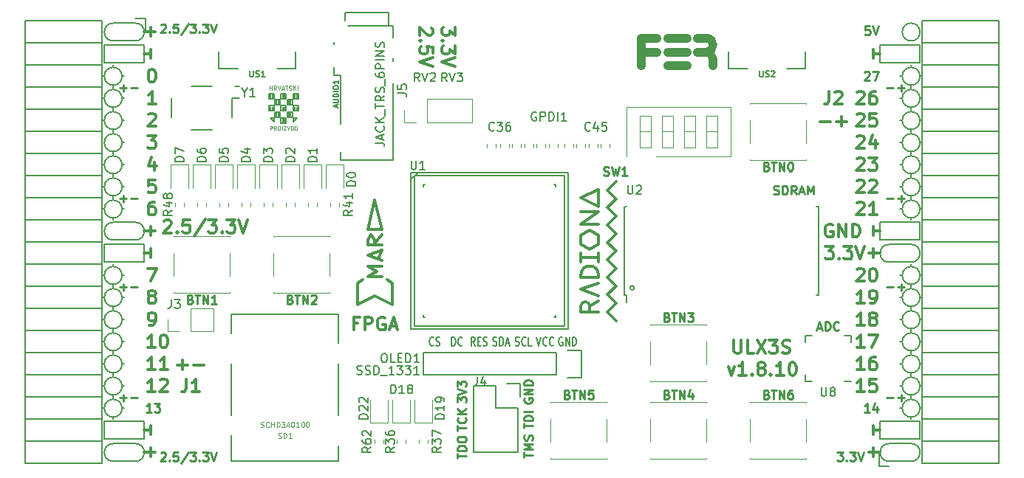
<source format=gto>
G04 #@! TF.GenerationSoftware,KiCad,Pcbnew,5.0.0-rc2+dfsg1-2*
G04 #@! TF.CreationDate,2018-06-08T13:29:07+02:00*
G04 #@! TF.ProjectId,ulx3s,756C7833732E6B696361645F70636200,rev?*
G04 #@! TF.SameCoordinates,Original*
G04 #@! TF.FileFunction,Legend,Top*
G04 #@! TF.FilePolarity,Positive*
%FSLAX46Y46*%
G04 Gerber Fmt 4.6, Leading zero omitted, Abs format (unit mm)*
G04 Created by KiCad (PCBNEW 5.0.0-rc2+dfsg1-2) date Fri Jun  8 13:29:07 2018*
%MOMM*%
%LPD*%
G01*
G04 APERTURE LIST*
%ADD10C,0.300000*%
%ADD11C,0.200000*%
%ADD12C,0.250000*%
%ADD13C,1.000000*%
%ADD14C,0.150000*%
%ADD15C,0.120000*%
%ADD16C,0.152400*%
%ADD17C,0.124460*%
%ADD18C,0.075000*%
G04 APERTURE END LIST*
D10*
X134560428Y-62144714D02*
X134560428Y-63073285D01*
X133989000Y-62573285D01*
X133989000Y-62787571D01*
X133917571Y-62930428D01*
X133846142Y-63001857D01*
X133703285Y-63073285D01*
X133346142Y-63073285D01*
X133203285Y-63001857D01*
X133131857Y-62930428D01*
X133060428Y-62787571D01*
X133060428Y-62359000D01*
X133131857Y-62216142D01*
X133203285Y-62144714D01*
X133203285Y-63716142D02*
X133131857Y-63787571D01*
X133060428Y-63716142D01*
X133131857Y-63644714D01*
X133203285Y-63716142D01*
X133060428Y-63716142D01*
X134560428Y-64287571D02*
X134560428Y-65216142D01*
X133989000Y-64716142D01*
X133989000Y-64930428D01*
X133917571Y-65073285D01*
X133846142Y-65144714D01*
X133703285Y-65216142D01*
X133346142Y-65216142D01*
X133203285Y-65144714D01*
X133131857Y-65073285D01*
X133060428Y-64930428D01*
X133060428Y-64501857D01*
X133131857Y-64359000D01*
X133203285Y-64287571D01*
X134560428Y-65644714D02*
X133060428Y-66144714D01*
X134560428Y-66644714D01*
X131877571Y-62216142D02*
X131949000Y-62287571D01*
X132020428Y-62430428D01*
X132020428Y-62787571D01*
X131949000Y-62930428D01*
X131877571Y-63001857D01*
X131734714Y-63073285D01*
X131591857Y-63073285D01*
X131377571Y-63001857D01*
X130520428Y-62144714D01*
X130520428Y-63073285D01*
X130663285Y-63716142D02*
X130591857Y-63787571D01*
X130520428Y-63716142D01*
X130591857Y-63644714D01*
X130663285Y-63716142D01*
X130520428Y-63716142D01*
X132020428Y-65144714D02*
X132020428Y-64430428D01*
X131306142Y-64359000D01*
X131377571Y-64430428D01*
X131449000Y-64573285D01*
X131449000Y-64930428D01*
X131377571Y-65073285D01*
X131306142Y-65144714D01*
X131163285Y-65216142D01*
X130806142Y-65216142D01*
X130663285Y-65144714D01*
X130591857Y-65073285D01*
X130520428Y-64930428D01*
X130520428Y-64573285D01*
X130591857Y-64430428D01*
X130663285Y-64359000D01*
X132020428Y-65644714D02*
X130520428Y-66144714D01*
X132020428Y-66644714D01*
X102760000Y-100897142D02*
X103902857Y-100897142D01*
X103331428Y-101468571D02*
X103331428Y-100325714D01*
X104617142Y-100897142D02*
X105760000Y-100897142D01*
X165878428Y-101121571D02*
X166235571Y-102121571D01*
X166592714Y-101121571D01*
X167949857Y-102121571D02*
X167092714Y-102121571D01*
X167521285Y-102121571D02*
X167521285Y-100621571D01*
X167378428Y-100835857D01*
X167235571Y-100978714D01*
X167092714Y-101050142D01*
X168592714Y-101978714D02*
X168664142Y-102050142D01*
X168592714Y-102121571D01*
X168521285Y-102050142D01*
X168592714Y-101978714D01*
X168592714Y-102121571D01*
X169521285Y-101264428D02*
X169378428Y-101193000D01*
X169307000Y-101121571D01*
X169235571Y-100978714D01*
X169235571Y-100907285D01*
X169307000Y-100764428D01*
X169378428Y-100693000D01*
X169521285Y-100621571D01*
X169807000Y-100621571D01*
X169949857Y-100693000D01*
X170021285Y-100764428D01*
X170092714Y-100907285D01*
X170092714Y-100978714D01*
X170021285Y-101121571D01*
X169949857Y-101193000D01*
X169807000Y-101264428D01*
X169521285Y-101264428D01*
X169378428Y-101335857D01*
X169307000Y-101407285D01*
X169235571Y-101550142D01*
X169235571Y-101835857D01*
X169307000Y-101978714D01*
X169378428Y-102050142D01*
X169521285Y-102121571D01*
X169807000Y-102121571D01*
X169949857Y-102050142D01*
X170021285Y-101978714D01*
X170092714Y-101835857D01*
X170092714Y-101550142D01*
X170021285Y-101407285D01*
X169949857Y-101335857D01*
X169807000Y-101264428D01*
X170735571Y-101978714D02*
X170807000Y-102050142D01*
X170735571Y-102121571D01*
X170664142Y-102050142D01*
X170735571Y-101978714D01*
X170735571Y-102121571D01*
X172235571Y-102121571D02*
X171378428Y-102121571D01*
X171807000Y-102121571D02*
X171807000Y-100621571D01*
X171664142Y-100835857D01*
X171521285Y-100978714D01*
X171378428Y-101050142D01*
X173164142Y-100621571D02*
X173307000Y-100621571D01*
X173449857Y-100693000D01*
X173521285Y-100764428D01*
X173592714Y-100907285D01*
X173664142Y-101193000D01*
X173664142Y-101550142D01*
X173592714Y-101835857D01*
X173521285Y-101978714D01*
X173449857Y-102050142D01*
X173307000Y-102121571D01*
X173164142Y-102121571D01*
X173021285Y-102050142D01*
X172949857Y-101978714D01*
X172878428Y-101835857D01*
X172807000Y-101550142D01*
X172807000Y-101193000D01*
X172878428Y-100907285D01*
X172949857Y-100764428D01*
X173021285Y-100693000D01*
X173164142Y-100621571D01*
X182492000Y-87582000D02*
X182492000Y-88598000D01*
X181984000Y-88090000D02*
X183254000Y-88090000D01*
X182492000Y-110442000D02*
X182492000Y-111458000D01*
X183254000Y-110950000D02*
X181984000Y-110950000D01*
X99688000Y-110442000D02*
X99688000Y-111458000D01*
X98926000Y-110950000D02*
X100196000Y-110950000D01*
X99688000Y-62182000D02*
X99688000Y-63198000D01*
X98926000Y-62690000D02*
X100196000Y-62690000D01*
X99688000Y-85042000D02*
X99688000Y-86058000D01*
X98926000Y-85550000D02*
X100196000Y-85550000D01*
D11*
X97910000Y-63706000D02*
G75*
G03X97910000Y-61674000I0J1016000D01*
G01*
X184270000Y-109934000D02*
G75*
G03X184270000Y-111966000I0J-1016000D01*
G01*
X95370000Y-111966000D02*
X97910000Y-111966000D01*
X95370000Y-109934000D02*
X97910000Y-109934000D01*
X97910000Y-111966000D02*
G75*
G03X97910000Y-109934000I0J1016000D01*
G01*
X95370000Y-109934000D02*
G75*
G03X95370000Y-111966000I0J-1016000D01*
G01*
X95370000Y-61674000D02*
X97910000Y-61674000D01*
X95370000Y-63706000D02*
X97910000Y-63706000D01*
X95370000Y-61674000D02*
G75*
G03X95370000Y-63706000I0J-1016000D01*
G01*
X95370000Y-84534000D02*
X97910000Y-84534000D01*
X95370000Y-86566000D02*
X97910000Y-86566000D01*
X95370000Y-84534000D02*
G75*
G03X95370000Y-86566000I0J-1016000D01*
G01*
X97910000Y-86566000D02*
G75*
G03X97910000Y-84534000I0J1016000D01*
G01*
X187826000Y-62690000D02*
G75*
G03X187826000Y-62690000I-1016000J0D01*
G01*
X184270000Y-89106000D02*
X186810000Y-89106000D01*
X184270000Y-87074000D02*
X186810000Y-87074000D01*
X184270000Y-87074000D02*
G75*
G03X184270000Y-89106000I0J-1016000D01*
G01*
X186810000Y-89106000D02*
G75*
G03X186810000Y-87074000I0J1016000D01*
G01*
X186810000Y-111966000D02*
X184270000Y-111966000D01*
X186810000Y-109934000D02*
X184270000Y-109934000D01*
X186810000Y-111966000D02*
G75*
G03X186810000Y-109934000I0J1016000D01*
G01*
X94354000Y-66246000D02*
X94354000Y-64214000D01*
X98926000Y-66246000D02*
X94354000Y-66246000D01*
X98926000Y-64214000D02*
X98926000Y-66246000D01*
X94354000Y-64214000D02*
X98926000Y-64214000D01*
X94354000Y-87074000D02*
X98926000Y-87074000D01*
X94354000Y-89106000D02*
X94354000Y-87074000D01*
X98926000Y-89106000D02*
X94354000Y-89106000D01*
X98926000Y-87074000D02*
X98926000Y-89106000D01*
X94354000Y-109426000D02*
X98926000Y-109426000D01*
X94354000Y-107394000D02*
X94354000Y-109426000D01*
X98926000Y-107394000D02*
X94354000Y-107394000D01*
X98926000Y-109426000D02*
X98926000Y-107394000D01*
X183254000Y-109426000D02*
X187826000Y-109426000D01*
X183254000Y-107394000D02*
X183254000Y-109426000D01*
X187826000Y-107394000D02*
X187826000Y-109426000D01*
X183254000Y-107394000D02*
X187826000Y-107394000D01*
X183254000Y-66246000D02*
X187826000Y-66246000D01*
X183254000Y-64214000D02*
X183254000Y-66246000D01*
X187826000Y-64214000D02*
X183254000Y-64214000D01*
X187826000Y-66246000D02*
X187826000Y-64214000D01*
X183254000Y-84534000D02*
X187826000Y-84534000D01*
X183254000Y-86566000D02*
X183254000Y-84534000D01*
X187826000Y-86566000D02*
X183254000Y-86566000D01*
X187826000Y-84534000D02*
X187826000Y-86566000D01*
D12*
X96148000Y-69111428D02*
X96909904Y-69111428D01*
X96528952Y-69492380D02*
X96528952Y-68730476D01*
X97386095Y-69111428D02*
X98148000Y-69111428D01*
X96148000Y-81811428D02*
X96909904Y-81811428D01*
X96528952Y-82192380D02*
X96528952Y-81430476D01*
X97386095Y-81811428D02*
X98148000Y-81811428D01*
X96148000Y-91971428D02*
X96909904Y-91971428D01*
X96528952Y-92352380D02*
X96528952Y-91590476D01*
X97386095Y-91971428D02*
X98148000Y-91971428D01*
X96148000Y-104671428D02*
X96909904Y-104671428D01*
X96528952Y-105052380D02*
X96528952Y-104290476D01*
X97386095Y-104671428D02*
X98148000Y-104671428D01*
X184032000Y-104671428D02*
X184793904Y-104671428D01*
X185270095Y-104671428D02*
X186032000Y-104671428D01*
X185651047Y-105052380D02*
X185651047Y-104290476D01*
X184032000Y-91971428D02*
X184793904Y-91971428D01*
X185270095Y-91971428D02*
X186032000Y-91971428D01*
X185651047Y-92352380D02*
X185651047Y-91590476D01*
X184032000Y-81811428D02*
X184793904Y-81811428D01*
X185270095Y-81811428D02*
X186032000Y-81811428D01*
X185651047Y-82192380D02*
X185651047Y-81430476D01*
X184032000Y-69111428D02*
X184793904Y-69111428D01*
X185270095Y-69111428D02*
X186032000Y-69111428D01*
X185651047Y-69492380D02*
X185651047Y-68730476D01*
D10*
X176420000Y-72957142D02*
X177562857Y-72957142D01*
X178277142Y-72957142D02*
X179420000Y-72957142D01*
X178848571Y-73528571D02*
X178848571Y-72385714D01*
D11*
X187826000Y-67770000D02*
G75*
G03X187826000Y-67770000I-1016000J0D01*
G01*
X187826000Y-70310000D02*
G75*
G03X187826000Y-70310000I-1016000J0D01*
G01*
X187826000Y-72850000D02*
G75*
G03X187826000Y-72850000I-1016000J0D01*
G01*
X187826000Y-75390000D02*
G75*
G03X187826000Y-75390000I-1016000J0D01*
G01*
X187826000Y-77930000D02*
G75*
G03X187826000Y-77930000I-1016000J0D01*
G01*
X187826000Y-80470000D02*
G75*
G03X187826000Y-80470000I-1016000J0D01*
G01*
X187826000Y-83010000D02*
G75*
G03X187826000Y-83010000I-1016000J0D01*
G01*
X187826000Y-90630000D02*
G75*
G03X187826000Y-90630000I-1016000J0D01*
G01*
X187826000Y-93170000D02*
G75*
G03X187826000Y-93170000I-1016000J0D01*
G01*
X187826000Y-95710000D02*
G75*
G03X187826000Y-95710000I-1016000J0D01*
G01*
X187826000Y-98250000D02*
G75*
G03X187826000Y-98250000I-1016000J0D01*
G01*
X187826000Y-100790000D02*
G75*
G03X187826000Y-100790000I-1016000J0D01*
G01*
X187826000Y-103330000D02*
G75*
G03X187826000Y-103330000I-1016000J0D01*
G01*
X187826000Y-105870000D02*
G75*
G03X187826000Y-105870000I-1016000J0D01*
G01*
X96386000Y-105870000D02*
G75*
G03X96386000Y-105870000I-1016000J0D01*
G01*
X96386000Y-103330000D02*
G75*
G03X96386000Y-103330000I-1016000J0D01*
G01*
X96386000Y-100790000D02*
G75*
G03X96386000Y-100790000I-1016000J0D01*
G01*
X96386000Y-98250000D02*
G75*
G03X96386000Y-98250000I-1016000J0D01*
G01*
X96386000Y-95710000D02*
G75*
G03X96386000Y-95710000I-1016000J0D01*
G01*
X96386000Y-93170000D02*
G75*
G03X96386000Y-93170000I-1016000J0D01*
G01*
X96386000Y-90630000D02*
G75*
G03X96386000Y-90630000I-1016000J0D01*
G01*
X96386000Y-83010000D02*
G75*
G03X96386000Y-83010000I-1016000J0D01*
G01*
X96386000Y-80470000D02*
G75*
G03X96386000Y-80470000I-1016000J0D01*
G01*
X96386000Y-77930000D02*
G75*
G03X96386000Y-77930000I-1016000J0D01*
G01*
X96386000Y-75390000D02*
G75*
G03X96386000Y-75390000I-1016000J0D01*
G01*
X96386000Y-72850000D02*
G75*
G03X96386000Y-72850000I-1016000J0D01*
G01*
X96386000Y-70310000D02*
G75*
G03X96386000Y-70310000I-1016000J0D01*
G01*
X96386000Y-67770000D02*
G75*
G03X96386000Y-67770000I-1016000J0D01*
G01*
D10*
X177793142Y-84800000D02*
X177650285Y-84728571D01*
X177436000Y-84728571D01*
X177221714Y-84800000D01*
X177078857Y-84942857D01*
X177007428Y-85085714D01*
X176936000Y-85371428D01*
X176936000Y-85585714D01*
X177007428Y-85871428D01*
X177078857Y-86014285D01*
X177221714Y-86157142D01*
X177436000Y-86228571D01*
X177578857Y-86228571D01*
X177793142Y-86157142D01*
X177864571Y-86085714D01*
X177864571Y-85585714D01*
X177578857Y-85585714D01*
X178507428Y-86228571D02*
X178507428Y-84728571D01*
X179364571Y-86228571D01*
X179364571Y-84728571D01*
X180078857Y-86228571D02*
X180078857Y-84728571D01*
X180436000Y-84728571D01*
X180650285Y-84800000D01*
X180793142Y-84942857D01*
X180864571Y-85085714D01*
X180936000Y-85371428D01*
X180936000Y-85585714D01*
X180864571Y-85871428D01*
X180793142Y-86014285D01*
X180650285Y-86157142D01*
X180436000Y-86228571D01*
X180078857Y-86228571D01*
X182492000Y-86058000D02*
X182492000Y-85042000D01*
X183254000Y-85550000D02*
X182492000Y-85550000D01*
X182492000Y-107902000D02*
X182492000Y-108918000D01*
X182492000Y-108410000D02*
X183254000Y-108410000D01*
D12*
X182047523Y-106322380D02*
X181476095Y-106322380D01*
X181761809Y-106322380D02*
X181761809Y-105322380D01*
X181666571Y-105465238D01*
X181571333Y-105560476D01*
X181476095Y-105608095D01*
X182904666Y-105655714D02*
X182904666Y-106322380D01*
X182666571Y-105274761D02*
X182428476Y-105989047D01*
X183047523Y-105989047D01*
X181476095Y-67317619D02*
X181523714Y-67270000D01*
X181618952Y-67222380D01*
X181857047Y-67222380D01*
X181952285Y-67270000D01*
X181999904Y-67317619D01*
X182047523Y-67412857D01*
X182047523Y-67508095D01*
X181999904Y-67650952D01*
X181428476Y-68222380D01*
X182047523Y-68222380D01*
X182380857Y-67222380D02*
X183047523Y-67222380D01*
X182618952Y-68222380D01*
D10*
X182492000Y-64722000D02*
X182492000Y-65738000D01*
X182492000Y-65230000D02*
X183254000Y-65230000D01*
X99688000Y-107902000D02*
X99688000Y-108918000D01*
X98926000Y-108410000D02*
X99688000Y-108410000D01*
X99315000Y-74568571D02*
X100243571Y-74568571D01*
X99743571Y-75140000D01*
X99957857Y-75140000D01*
X100100714Y-75211428D01*
X100172142Y-75282857D01*
X100243571Y-75425714D01*
X100243571Y-75782857D01*
X100172142Y-75925714D01*
X100100714Y-75997142D01*
X99957857Y-76068571D01*
X99529285Y-76068571D01*
X99386428Y-75997142D01*
X99315000Y-75925714D01*
X100100714Y-77608571D02*
X100100714Y-78608571D01*
X99743571Y-77037142D02*
X99386428Y-78108571D01*
X100315000Y-78108571D01*
X100172142Y-79648571D02*
X99457857Y-79648571D01*
X99386428Y-80362857D01*
X99457857Y-80291428D01*
X99600714Y-80220000D01*
X99957857Y-80220000D01*
X100100714Y-80291428D01*
X100172142Y-80362857D01*
X100243571Y-80505714D01*
X100243571Y-80862857D01*
X100172142Y-81005714D01*
X100100714Y-81077142D01*
X99957857Y-81148571D01*
X99600714Y-81148571D01*
X99457857Y-81077142D01*
X99386428Y-81005714D01*
D12*
X99751523Y-106322380D02*
X99180095Y-106322380D01*
X99465809Y-106322380D02*
X99465809Y-105322380D01*
X99370571Y-105465238D01*
X99275333Y-105560476D01*
X99180095Y-105608095D01*
X100084857Y-105322380D02*
X100703904Y-105322380D01*
X100370571Y-105703333D01*
X100513428Y-105703333D01*
X100608666Y-105750952D01*
X100656285Y-105798571D01*
X100703904Y-105893809D01*
X100703904Y-106131904D01*
X100656285Y-106227142D01*
X100608666Y-106274761D01*
X100513428Y-106322380D01*
X100227714Y-106322380D01*
X100132476Y-106274761D01*
X100084857Y-106227142D01*
D10*
X99315000Y-89808571D02*
X100315000Y-89808571D01*
X99672142Y-91308571D01*
X99688000Y-87582000D02*
X99688000Y-88598000D01*
X98926000Y-88090000D02*
X99688000Y-88090000D01*
X99688000Y-64722000D02*
X99688000Y-65738000D01*
X98926000Y-65230000D02*
X99688000Y-65230000D01*
D12*
X100817976Y-61874619D02*
X100865595Y-61827000D01*
X100960833Y-61779380D01*
X101198928Y-61779380D01*
X101294166Y-61827000D01*
X101341785Y-61874619D01*
X101389404Y-61969857D01*
X101389404Y-62065095D01*
X101341785Y-62207952D01*
X100770357Y-62779380D01*
X101389404Y-62779380D01*
X101817976Y-62684142D02*
X101865595Y-62731761D01*
X101817976Y-62779380D01*
X101770357Y-62731761D01*
X101817976Y-62684142D01*
X101817976Y-62779380D01*
X102770357Y-61779380D02*
X102294166Y-61779380D01*
X102246547Y-62255571D01*
X102294166Y-62207952D01*
X102389404Y-62160333D01*
X102627500Y-62160333D01*
X102722738Y-62207952D01*
X102770357Y-62255571D01*
X102817976Y-62350809D01*
X102817976Y-62588904D01*
X102770357Y-62684142D01*
X102722738Y-62731761D01*
X102627500Y-62779380D01*
X102389404Y-62779380D01*
X102294166Y-62731761D01*
X102246547Y-62684142D01*
X103960833Y-61731761D02*
X103103690Y-63017476D01*
X104198928Y-61779380D02*
X104817976Y-61779380D01*
X104484642Y-62160333D01*
X104627500Y-62160333D01*
X104722738Y-62207952D01*
X104770357Y-62255571D01*
X104817976Y-62350809D01*
X104817976Y-62588904D01*
X104770357Y-62684142D01*
X104722738Y-62731761D01*
X104627500Y-62779380D01*
X104341785Y-62779380D01*
X104246547Y-62731761D01*
X104198928Y-62684142D01*
X105246547Y-62684142D02*
X105294166Y-62731761D01*
X105246547Y-62779380D01*
X105198928Y-62731761D01*
X105246547Y-62684142D01*
X105246547Y-62779380D01*
X105627500Y-61779380D02*
X106246547Y-61779380D01*
X105913214Y-62160333D01*
X106056071Y-62160333D01*
X106151309Y-62207952D01*
X106198928Y-62255571D01*
X106246547Y-62350809D01*
X106246547Y-62588904D01*
X106198928Y-62684142D01*
X106151309Y-62731761D01*
X106056071Y-62779380D01*
X105770357Y-62779380D01*
X105675119Y-62731761D01*
X105627500Y-62684142D01*
X106532261Y-61779380D02*
X106865595Y-62779380D01*
X107198928Y-61779380D01*
X178360261Y-110910380D02*
X178979309Y-110910380D01*
X178645976Y-111291333D01*
X178788833Y-111291333D01*
X178884071Y-111338952D01*
X178931690Y-111386571D01*
X178979309Y-111481809D01*
X178979309Y-111719904D01*
X178931690Y-111815142D01*
X178884071Y-111862761D01*
X178788833Y-111910380D01*
X178503119Y-111910380D01*
X178407880Y-111862761D01*
X178360261Y-111815142D01*
X179407880Y-111815142D02*
X179455500Y-111862761D01*
X179407880Y-111910380D01*
X179360261Y-111862761D01*
X179407880Y-111815142D01*
X179407880Y-111910380D01*
X179788833Y-110910380D02*
X180407880Y-110910380D01*
X180074547Y-111291333D01*
X180217404Y-111291333D01*
X180312642Y-111338952D01*
X180360261Y-111386571D01*
X180407880Y-111481809D01*
X180407880Y-111719904D01*
X180360261Y-111815142D01*
X180312642Y-111862761D01*
X180217404Y-111910380D01*
X179931690Y-111910380D01*
X179836452Y-111862761D01*
X179788833Y-111815142D01*
X180693595Y-110910380D02*
X181026928Y-111910380D01*
X181360261Y-110910380D01*
D10*
X101199714Y-84381428D02*
X101271142Y-84310000D01*
X101414000Y-84238571D01*
X101771142Y-84238571D01*
X101914000Y-84310000D01*
X101985428Y-84381428D01*
X102056857Y-84524285D01*
X102056857Y-84667142D01*
X101985428Y-84881428D01*
X101128285Y-85738571D01*
X102056857Y-85738571D01*
X102699714Y-85595714D02*
X102771142Y-85667142D01*
X102699714Y-85738571D01*
X102628285Y-85667142D01*
X102699714Y-85595714D01*
X102699714Y-85738571D01*
X104128285Y-84238571D02*
X103414000Y-84238571D01*
X103342571Y-84952857D01*
X103414000Y-84881428D01*
X103556857Y-84810000D01*
X103914000Y-84810000D01*
X104056857Y-84881428D01*
X104128285Y-84952857D01*
X104199714Y-85095714D01*
X104199714Y-85452857D01*
X104128285Y-85595714D01*
X104056857Y-85667142D01*
X103914000Y-85738571D01*
X103556857Y-85738571D01*
X103414000Y-85667142D01*
X103342571Y-85595714D01*
X105914000Y-84167142D02*
X104628285Y-86095714D01*
X106271142Y-84238571D02*
X107199714Y-84238571D01*
X106699714Y-84810000D01*
X106914000Y-84810000D01*
X107056857Y-84881428D01*
X107128285Y-84952857D01*
X107199714Y-85095714D01*
X107199714Y-85452857D01*
X107128285Y-85595714D01*
X107056857Y-85667142D01*
X106914000Y-85738571D01*
X106485428Y-85738571D01*
X106342571Y-85667142D01*
X106271142Y-85595714D01*
X107842571Y-85595714D02*
X107914000Y-85667142D01*
X107842571Y-85738571D01*
X107771142Y-85667142D01*
X107842571Y-85595714D01*
X107842571Y-85738571D01*
X108414000Y-84238571D02*
X109342571Y-84238571D01*
X108842571Y-84810000D01*
X109056857Y-84810000D01*
X109199714Y-84881428D01*
X109271142Y-84952857D01*
X109342571Y-85095714D01*
X109342571Y-85452857D01*
X109271142Y-85595714D01*
X109199714Y-85667142D01*
X109056857Y-85738571D01*
X108628285Y-85738571D01*
X108485428Y-85667142D01*
X108414000Y-85595714D01*
X109771142Y-84238571D02*
X110271142Y-85738571D01*
X110771142Y-84238571D01*
D12*
X100817976Y-111023619D02*
X100865595Y-110976000D01*
X100960833Y-110928380D01*
X101198928Y-110928380D01*
X101294166Y-110976000D01*
X101341785Y-111023619D01*
X101389404Y-111118857D01*
X101389404Y-111214095D01*
X101341785Y-111356952D01*
X100770357Y-111928380D01*
X101389404Y-111928380D01*
X101817976Y-111833142D02*
X101865595Y-111880761D01*
X101817976Y-111928380D01*
X101770357Y-111880761D01*
X101817976Y-111833142D01*
X101817976Y-111928380D01*
X102770357Y-110928380D02*
X102294166Y-110928380D01*
X102246547Y-111404571D01*
X102294166Y-111356952D01*
X102389404Y-111309333D01*
X102627500Y-111309333D01*
X102722738Y-111356952D01*
X102770357Y-111404571D01*
X102817976Y-111499809D01*
X102817976Y-111737904D01*
X102770357Y-111833142D01*
X102722738Y-111880761D01*
X102627500Y-111928380D01*
X102389404Y-111928380D01*
X102294166Y-111880761D01*
X102246547Y-111833142D01*
X103960833Y-110880761D02*
X103103690Y-112166476D01*
X104198928Y-110928380D02*
X104817976Y-110928380D01*
X104484642Y-111309333D01*
X104627500Y-111309333D01*
X104722738Y-111356952D01*
X104770357Y-111404571D01*
X104817976Y-111499809D01*
X104817976Y-111737904D01*
X104770357Y-111833142D01*
X104722738Y-111880761D01*
X104627500Y-111928380D01*
X104341785Y-111928380D01*
X104246547Y-111880761D01*
X104198928Y-111833142D01*
X105246547Y-111833142D02*
X105294166Y-111880761D01*
X105246547Y-111928380D01*
X105198928Y-111880761D01*
X105246547Y-111833142D01*
X105246547Y-111928380D01*
X105627500Y-110928380D02*
X106246547Y-110928380D01*
X105913214Y-111309333D01*
X106056071Y-111309333D01*
X106151309Y-111356952D01*
X106198928Y-111404571D01*
X106246547Y-111499809D01*
X106246547Y-111737904D01*
X106198928Y-111833142D01*
X106151309Y-111880761D01*
X106056071Y-111928380D01*
X105770357Y-111928380D01*
X105675119Y-111880761D01*
X105627500Y-111833142D01*
X106532261Y-110928380D02*
X106865595Y-111928380D01*
X107198928Y-110928380D01*
X182047523Y-62015380D02*
X181571333Y-62015380D01*
X181523714Y-62491571D01*
X181571333Y-62443952D01*
X181666571Y-62396333D01*
X181904666Y-62396333D01*
X181999904Y-62443952D01*
X182047523Y-62491571D01*
X182095142Y-62586809D01*
X182095142Y-62824904D01*
X182047523Y-62920142D01*
X181999904Y-62967761D01*
X181904666Y-63015380D01*
X181666571Y-63015380D01*
X181571333Y-62967761D01*
X181523714Y-62920142D01*
X182380857Y-62015380D02*
X182714190Y-63015380D01*
X183047523Y-62015380D01*
D10*
X180587142Y-69631428D02*
X180658571Y-69560000D01*
X180801428Y-69488571D01*
X181158571Y-69488571D01*
X181301428Y-69560000D01*
X181372857Y-69631428D01*
X181444285Y-69774285D01*
X181444285Y-69917142D01*
X181372857Y-70131428D01*
X180515714Y-70988571D01*
X181444285Y-70988571D01*
X182730000Y-69488571D02*
X182444285Y-69488571D01*
X182301428Y-69560000D01*
X182230000Y-69631428D01*
X182087142Y-69845714D01*
X182015714Y-70131428D01*
X182015714Y-70702857D01*
X182087142Y-70845714D01*
X182158571Y-70917142D01*
X182301428Y-70988571D01*
X182587142Y-70988571D01*
X182730000Y-70917142D01*
X182801428Y-70845714D01*
X182872857Y-70702857D01*
X182872857Y-70345714D01*
X182801428Y-70202857D01*
X182730000Y-70131428D01*
X182587142Y-70060000D01*
X182301428Y-70060000D01*
X182158571Y-70131428D01*
X182087142Y-70202857D01*
X182015714Y-70345714D01*
X180587142Y-72171428D02*
X180658571Y-72100000D01*
X180801428Y-72028571D01*
X181158571Y-72028571D01*
X181301428Y-72100000D01*
X181372857Y-72171428D01*
X181444285Y-72314285D01*
X181444285Y-72457142D01*
X181372857Y-72671428D01*
X180515714Y-73528571D01*
X181444285Y-73528571D01*
X182801428Y-72028571D02*
X182087142Y-72028571D01*
X182015714Y-72742857D01*
X182087142Y-72671428D01*
X182230000Y-72600000D01*
X182587142Y-72600000D01*
X182730000Y-72671428D01*
X182801428Y-72742857D01*
X182872857Y-72885714D01*
X182872857Y-73242857D01*
X182801428Y-73385714D01*
X182730000Y-73457142D01*
X182587142Y-73528571D01*
X182230000Y-73528571D01*
X182087142Y-73457142D01*
X182015714Y-73385714D01*
X180587142Y-74711428D02*
X180658571Y-74640000D01*
X180801428Y-74568571D01*
X181158571Y-74568571D01*
X181301428Y-74640000D01*
X181372857Y-74711428D01*
X181444285Y-74854285D01*
X181444285Y-74997142D01*
X181372857Y-75211428D01*
X180515714Y-76068571D01*
X181444285Y-76068571D01*
X182730000Y-75068571D02*
X182730000Y-76068571D01*
X182372857Y-74497142D02*
X182015714Y-75568571D01*
X182944285Y-75568571D01*
X180587142Y-77251428D02*
X180658571Y-77180000D01*
X180801428Y-77108571D01*
X181158571Y-77108571D01*
X181301428Y-77180000D01*
X181372857Y-77251428D01*
X181444285Y-77394285D01*
X181444285Y-77537142D01*
X181372857Y-77751428D01*
X180515714Y-78608571D01*
X181444285Y-78608571D01*
X181944285Y-77108571D02*
X182872857Y-77108571D01*
X182372857Y-77680000D01*
X182587142Y-77680000D01*
X182730000Y-77751428D01*
X182801428Y-77822857D01*
X182872857Y-77965714D01*
X182872857Y-78322857D01*
X182801428Y-78465714D01*
X182730000Y-78537142D01*
X182587142Y-78608571D01*
X182158571Y-78608571D01*
X182015714Y-78537142D01*
X181944285Y-78465714D01*
X180587142Y-79791428D02*
X180658571Y-79720000D01*
X180801428Y-79648571D01*
X181158571Y-79648571D01*
X181301428Y-79720000D01*
X181372857Y-79791428D01*
X181444285Y-79934285D01*
X181444285Y-80077142D01*
X181372857Y-80291428D01*
X180515714Y-81148571D01*
X181444285Y-81148571D01*
X182015714Y-79791428D02*
X182087142Y-79720000D01*
X182230000Y-79648571D01*
X182587142Y-79648571D01*
X182730000Y-79720000D01*
X182801428Y-79791428D01*
X182872857Y-79934285D01*
X182872857Y-80077142D01*
X182801428Y-80291428D01*
X181944285Y-81148571D01*
X182872857Y-81148571D01*
X180587142Y-82331428D02*
X180658571Y-82260000D01*
X180801428Y-82188571D01*
X181158571Y-82188571D01*
X181301428Y-82260000D01*
X181372857Y-82331428D01*
X181444285Y-82474285D01*
X181444285Y-82617142D01*
X181372857Y-82831428D01*
X180515714Y-83688571D01*
X181444285Y-83688571D01*
X182872857Y-83688571D02*
X182015714Y-83688571D01*
X182444285Y-83688571D02*
X182444285Y-82188571D01*
X182301428Y-82402857D01*
X182158571Y-82545714D01*
X182015714Y-82617142D01*
X176975714Y-87268571D02*
X177904285Y-87268571D01*
X177404285Y-87840000D01*
X177618571Y-87840000D01*
X177761428Y-87911428D01*
X177832857Y-87982857D01*
X177904285Y-88125714D01*
X177904285Y-88482857D01*
X177832857Y-88625714D01*
X177761428Y-88697142D01*
X177618571Y-88768571D01*
X177190000Y-88768571D01*
X177047142Y-88697142D01*
X176975714Y-88625714D01*
X178547142Y-88625714D02*
X178618571Y-88697142D01*
X178547142Y-88768571D01*
X178475714Y-88697142D01*
X178547142Y-88625714D01*
X178547142Y-88768571D01*
X179118571Y-87268571D02*
X180047142Y-87268571D01*
X179547142Y-87840000D01*
X179761428Y-87840000D01*
X179904285Y-87911428D01*
X179975714Y-87982857D01*
X180047142Y-88125714D01*
X180047142Y-88482857D01*
X179975714Y-88625714D01*
X179904285Y-88697142D01*
X179761428Y-88768571D01*
X179332857Y-88768571D01*
X179190000Y-88697142D01*
X179118571Y-88625714D01*
X180475714Y-87268571D02*
X180975714Y-88768571D01*
X181475714Y-87268571D01*
X180587142Y-89951428D02*
X180658571Y-89880000D01*
X180801428Y-89808571D01*
X181158571Y-89808571D01*
X181301428Y-89880000D01*
X181372857Y-89951428D01*
X181444285Y-90094285D01*
X181444285Y-90237142D01*
X181372857Y-90451428D01*
X180515714Y-91308571D01*
X181444285Y-91308571D01*
X182372857Y-89808571D02*
X182515714Y-89808571D01*
X182658571Y-89880000D01*
X182730000Y-89951428D01*
X182801428Y-90094285D01*
X182872857Y-90380000D01*
X182872857Y-90737142D01*
X182801428Y-91022857D01*
X182730000Y-91165714D01*
X182658571Y-91237142D01*
X182515714Y-91308571D01*
X182372857Y-91308571D01*
X182230000Y-91237142D01*
X182158571Y-91165714D01*
X182087142Y-91022857D01*
X182015714Y-90737142D01*
X182015714Y-90380000D01*
X182087142Y-90094285D01*
X182158571Y-89951428D01*
X182230000Y-89880000D01*
X182372857Y-89808571D01*
X181444285Y-93848571D02*
X180587142Y-93848571D01*
X181015714Y-93848571D02*
X181015714Y-92348571D01*
X180872857Y-92562857D01*
X180730000Y-92705714D01*
X180587142Y-92777142D01*
X182158571Y-93848571D02*
X182444285Y-93848571D01*
X182587142Y-93777142D01*
X182658571Y-93705714D01*
X182801428Y-93491428D01*
X182872857Y-93205714D01*
X182872857Y-92634285D01*
X182801428Y-92491428D01*
X182730000Y-92420000D01*
X182587142Y-92348571D01*
X182301428Y-92348571D01*
X182158571Y-92420000D01*
X182087142Y-92491428D01*
X182015714Y-92634285D01*
X182015714Y-92991428D01*
X182087142Y-93134285D01*
X182158571Y-93205714D01*
X182301428Y-93277142D01*
X182587142Y-93277142D01*
X182730000Y-93205714D01*
X182801428Y-93134285D01*
X182872857Y-92991428D01*
X181444285Y-96388571D02*
X180587142Y-96388571D01*
X181015714Y-96388571D02*
X181015714Y-94888571D01*
X180872857Y-95102857D01*
X180730000Y-95245714D01*
X180587142Y-95317142D01*
X182301428Y-95531428D02*
X182158571Y-95460000D01*
X182087142Y-95388571D01*
X182015714Y-95245714D01*
X182015714Y-95174285D01*
X182087142Y-95031428D01*
X182158571Y-94960000D01*
X182301428Y-94888571D01*
X182587142Y-94888571D01*
X182730000Y-94960000D01*
X182801428Y-95031428D01*
X182872857Y-95174285D01*
X182872857Y-95245714D01*
X182801428Y-95388571D01*
X182730000Y-95460000D01*
X182587142Y-95531428D01*
X182301428Y-95531428D01*
X182158571Y-95602857D01*
X182087142Y-95674285D01*
X182015714Y-95817142D01*
X182015714Y-96102857D01*
X182087142Y-96245714D01*
X182158571Y-96317142D01*
X182301428Y-96388571D01*
X182587142Y-96388571D01*
X182730000Y-96317142D01*
X182801428Y-96245714D01*
X182872857Y-96102857D01*
X182872857Y-95817142D01*
X182801428Y-95674285D01*
X182730000Y-95602857D01*
X182587142Y-95531428D01*
X181444285Y-98928571D02*
X180587142Y-98928571D01*
X181015714Y-98928571D02*
X181015714Y-97428571D01*
X180872857Y-97642857D01*
X180730000Y-97785714D01*
X180587142Y-97857142D01*
X181944285Y-97428571D02*
X182944285Y-97428571D01*
X182301428Y-98928571D01*
X181444285Y-101468571D02*
X180587142Y-101468571D01*
X181015714Y-101468571D02*
X181015714Y-99968571D01*
X180872857Y-100182857D01*
X180730000Y-100325714D01*
X180587142Y-100397142D01*
X182730000Y-99968571D02*
X182444285Y-99968571D01*
X182301428Y-100040000D01*
X182230000Y-100111428D01*
X182087142Y-100325714D01*
X182015714Y-100611428D01*
X182015714Y-101182857D01*
X182087142Y-101325714D01*
X182158571Y-101397142D01*
X182301428Y-101468571D01*
X182587142Y-101468571D01*
X182730000Y-101397142D01*
X182801428Y-101325714D01*
X182872857Y-101182857D01*
X182872857Y-100825714D01*
X182801428Y-100682857D01*
X182730000Y-100611428D01*
X182587142Y-100540000D01*
X182301428Y-100540000D01*
X182158571Y-100611428D01*
X182087142Y-100682857D01*
X182015714Y-100825714D01*
X181444285Y-104008571D02*
X180587142Y-104008571D01*
X181015714Y-104008571D02*
X181015714Y-102508571D01*
X180872857Y-102722857D01*
X180730000Y-102865714D01*
X180587142Y-102937142D01*
X182801428Y-102508571D02*
X182087142Y-102508571D01*
X182015714Y-103222857D01*
X182087142Y-103151428D01*
X182230000Y-103080000D01*
X182587142Y-103080000D01*
X182730000Y-103151428D01*
X182801428Y-103222857D01*
X182872857Y-103365714D01*
X182872857Y-103722857D01*
X182801428Y-103865714D01*
X182730000Y-103937142D01*
X182587142Y-104008571D01*
X182230000Y-104008571D01*
X182087142Y-103937142D01*
X182015714Y-103865714D01*
D11*
X186810000Y-66500000D02*
X186810000Y-66754000D01*
X187826000Y-67770000D02*
X188080000Y-67770000D01*
X185540000Y-67770000D02*
X185794000Y-67770000D01*
X186810000Y-69294000D02*
X186810000Y-68786000D01*
X187826000Y-70310000D02*
X188080000Y-70310000D01*
X185540000Y-70310000D02*
X185794000Y-70310000D01*
X186810000Y-71326000D02*
X186810000Y-71834000D01*
X187826000Y-72850000D02*
X188080000Y-72850000D01*
X185540000Y-72850000D02*
X185794000Y-72850000D01*
X186810000Y-73866000D02*
X186810000Y-74374000D01*
X187826000Y-75390000D02*
X188080000Y-75390000D01*
X185540000Y-75390000D02*
X185794000Y-75390000D01*
X186810000Y-76406000D02*
X186810000Y-76914000D01*
X187826000Y-77930000D02*
X188080000Y-77930000D01*
X185540000Y-77930000D02*
X185794000Y-77930000D01*
X186810000Y-79454000D02*
X186810000Y-78946000D01*
X187826000Y-80470000D02*
X188080000Y-80470000D01*
X185540000Y-80470000D02*
X185794000Y-80470000D01*
X186810000Y-81994000D02*
X186810000Y-81486000D01*
X187826000Y-83010000D02*
X188080000Y-83010000D01*
X185540000Y-83010000D02*
X185794000Y-83010000D01*
X186810000Y-84026000D02*
X186810000Y-84280000D01*
X186810000Y-89360000D02*
X186810000Y-89614000D01*
X187826000Y-90630000D02*
X188080000Y-90630000D01*
X185540000Y-90630000D02*
X185794000Y-90630000D01*
X186810000Y-91646000D02*
X186810000Y-92154000D01*
X187826000Y-93170000D02*
X188080000Y-93170000D01*
X185540000Y-93170000D02*
X185794000Y-93170000D01*
X186810000Y-94186000D02*
X186810000Y-94694000D01*
X187826000Y-95710000D02*
X188080000Y-95710000D01*
X185540000Y-95710000D02*
X185794000Y-95710000D01*
X186810000Y-97234000D02*
X186810000Y-96726000D01*
X187826000Y-98250000D02*
X188080000Y-98250000D01*
X185540000Y-98250000D02*
X185794000Y-98250000D01*
X187826000Y-100790000D02*
X188080000Y-100790000D01*
X185540000Y-100790000D02*
X185794000Y-100790000D01*
X186810000Y-99266000D02*
X186810000Y-99774000D01*
X186810000Y-102314000D02*
X186810000Y-101806000D01*
X187826000Y-103330000D02*
X188080000Y-103330000D01*
X185540000Y-103330000D02*
X185794000Y-103330000D01*
X186810000Y-104346000D02*
X186810000Y-104854000D01*
X185540000Y-105870000D02*
X185794000Y-105870000D01*
X187826000Y-105870000D02*
X188080000Y-105870000D01*
X186810000Y-106886000D02*
X186810000Y-107140000D01*
X95370000Y-66754000D02*
X95370000Y-66500000D01*
X96386000Y-67770000D02*
X96640000Y-67770000D01*
X94100000Y-67770000D02*
X94354000Y-67770000D01*
X95370000Y-68786000D02*
X95370000Y-69294000D01*
X96386000Y-70310000D02*
X96640000Y-70310000D01*
X94100000Y-70310000D02*
X94354000Y-70310000D01*
X95370000Y-71326000D02*
X95370000Y-71834000D01*
X96386000Y-72850000D02*
X96640000Y-72850000D01*
X94100000Y-72850000D02*
X94354000Y-72850000D01*
X95370000Y-73866000D02*
X95370000Y-74374000D01*
X96386000Y-75390000D02*
X96640000Y-75390000D01*
X95370000Y-76406000D02*
X95370000Y-76914000D01*
X96386000Y-77930000D02*
X96640000Y-77930000D01*
X94100000Y-77930000D02*
X94354000Y-77930000D01*
X95370000Y-79454000D02*
X95370000Y-78946000D01*
X96386000Y-80470000D02*
X96640000Y-80470000D01*
X94100000Y-80470000D02*
X94354000Y-80470000D01*
X95370000Y-81486000D02*
X95370000Y-81994000D01*
X96386000Y-83010000D02*
X96640000Y-83010000D01*
X95370000Y-84026000D02*
X95370000Y-84280000D01*
X94100000Y-83010000D02*
X94354000Y-83010000D01*
X95370000Y-106886000D02*
X95370000Y-107140000D01*
X95370000Y-89360000D02*
X95370000Y-89614000D01*
X96386000Y-93170000D02*
X96640000Y-93170000D01*
X94100000Y-93170000D02*
X94354000Y-93170000D01*
X95370000Y-94186000D02*
X95370000Y-94694000D01*
X94100000Y-90630000D02*
X94354000Y-90630000D01*
X96386000Y-90630000D02*
X96640000Y-90630000D01*
X95370000Y-92154000D02*
X95370000Y-91646000D01*
X96386000Y-95710000D02*
X96640000Y-95710000D01*
X94100000Y-95710000D02*
X94354000Y-95710000D01*
X96386000Y-98250000D02*
X96640000Y-98250000D01*
X94354000Y-98250000D02*
X94100000Y-98250000D01*
X95370000Y-96726000D02*
X95370000Y-97234000D01*
X95370000Y-99266000D02*
X95370000Y-99774000D01*
X94100000Y-100790000D02*
X94354000Y-100790000D01*
X96386000Y-100790000D02*
X96640000Y-100790000D01*
X94100000Y-103330000D02*
X94354000Y-103330000D01*
X96386000Y-103330000D02*
X96640000Y-103330000D01*
X95370000Y-101806000D02*
X95370000Y-102314000D01*
X95370000Y-104346000D02*
X95370000Y-104854000D01*
X96386000Y-105870000D02*
X96640000Y-105870000D01*
X94100000Y-105870000D02*
X94354000Y-105870000D01*
D10*
X100164285Y-104008571D02*
X99307142Y-104008571D01*
X99735714Y-104008571D02*
X99735714Y-102508571D01*
X99592857Y-102722857D01*
X99450000Y-102865714D01*
X99307142Y-102937142D01*
X100735714Y-102651428D02*
X100807142Y-102580000D01*
X100950000Y-102508571D01*
X101307142Y-102508571D01*
X101450000Y-102580000D01*
X101521428Y-102651428D01*
X101592857Y-102794285D01*
X101592857Y-102937142D01*
X101521428Y-103151428D01*
X100664285Y-104008571D01*
X101592857Y-104008571D01*
X100164285Y-101468571D02*
X99307142Y-101468571D01*
X99735714Y-101468571D02*
X99735714Y-99968571D01*
X99592857Y-100182857D01*
X99450000Y-100325714D01*
X99307142Y-100397142D01*
X101592857Y-101468571D02*
X100735714Y-101468571D01*
X101164285Y-101468571D02*
X101164285Y-99968571D01*
X101021428Y-100182857D01*
X100878571Y-100325714D01*
X100735714Y-100397142D01*
X100164285Y-98928571D02*
X99307142Y-98928571D01*
X99735714Y-98928571D02*
X99735714Y-97428571D01*
X99592857Y-97642857D01*
X99450000Y-97785714D01*
X99307142Y-97857142D01*
X101092857Y-97428571D02*
X101235714Y-97428571D01*
X101378571Y-97500000D01*
X101450000Y-97571428D01*
X101521428Y-97714285D01*
X101592857Y-98000000D01*
X101592857Y-98357142D01*
X101521428Y-98642857D01*
X101450000Y-98785714D01*
X101378571Y-98857142D01*
X101235714Y-98928571D01*
X101092857Y-98928571D01*
X100950000Y-98857142D01*
X100878571Y-98785714D01*
X100807142Y-98642857D01*
X100735714Y-98357142D01*
X100735714Y-98000000D01*
X100807142Y-97714285D01*
X100878571Y-97571428D01*
X100950000Y-97500000D01*
X101092857Y-97428571D01*
X99529285Y-96388571D02*
X99815000Y-96388571D01*
X99957857Y-96317142D01*
X100029285Y-96245714D01*
X100172142Y-96031428D01*
X100243571Y-95745714D01*
X100243571Y-95174285D01*
X100172142Y-95031428D01*
X100100714Y-94960000D01*
X99957857Y-94888571D01*
X99672142Y-94888571D01*
X99529285Y-94960000D01*
X99457857Y-95031428D01*
X99386428Y-95174285D01*
X99386428Y-95531428D01*
X99457857Y-95674285D01*
X99529285Y-95745714D01*
X99672142Y-95817142D01*
X99957857Y-95817142D01*
X100100714Y-95745714D01*
X100172142Y-95674285D01*
X100243571Y-95531428D01*
X99672142Y-92991428D02*
X99529285Y-92920000D01*
X99457857Y-92848571D01*
X99386428Y-92705714D01*
X99386428Y-92634285D01*
X99457857Y-92491428D01*
X99529285Y-92420000D01*
X99672142Y-92348571D01*
X99957857Y-92348571D01*
X100100714Y-92420000D01*
X100172142Y-92491428D01*
X100243571Y-92634285D01*
X100243571Y-92705714D01*
X100172142Y-92848571D01*
X100100714Y-92920000D01*
X99957857Y-92991428D01*
X99672142Y-92991428D01*
X99529285Y-93062857D01*
X99457857Y-93134285D01*
X99386428Y-93277142D01*
X99386428Y-93562857D01*
X99457857Y-93705714D01*
X99529285Y-93777142D01*
X99672142Y-93848571D01*
X99957857Y-93848571D01*
X100100714Y-93777142D01*
X100172142Y-93705714D01*
X100243571Y-93562857D01*
X100243571Y-93277142D01*
X100172142Y-93134285D01*
X100100714Y-93062857D01*
X99957857Y-92991428D01*
X100100714Y-82188571D02*
X99815000Y-82188571D01*
X99672142Y-82260000D01*
X99600714Y-82331428D01*
X99457857Y-82545714D01*
X99386428Y-82831428D01*
X99386428Y-83402857D01*
X99457857Y-83545714D01*
X99529285Y-83617142D01*
X99672142Y-83688571D01*
X99957857Y-83688571D01*
X100100714Y-83617142D01*
X100172142Y-83545714D01*
X100243571Y-83402857D01*
X100243571Y-83045714D01*
X100172142Y-82902857D01*
X100100714Y-82831428D01*
X99957857Y-82760000D01*
X99672142Y-82760000D01*
X99529285Y-82831428D01*
X99457857Y-82902857D01*
X99386428Y-83045714D01*
X99386428Y-72171428D02*
X99457857Y-72100000D01*
X99600714Y-72028571D01*
X99957857Y-72028571D01*
X100100714Y-72100000D01*
X100172142Y-72171428D01*
X100243571Y-72314285D01*
X100243571Y-72457142D01*
X100172142Y-72671428D01*
X99315000Y-73528571D01*
X100243571Y-73528571D01*
X100243571Y-70988571D02*
X99386428Y-70988571D01*
X99815000Y-70988571D02*
X99815000Y-69488571D01*
X99672142Y-69702857D01*
X99529285Y-69845714D01*
X99386428Y-69917142D01*
X99743571Y-66948571D02*
X99886428Y-66948571D01*
X100029285Y-67020000D01*
X100100714Y-67091428D01*
X100172142Y-67234285D01*
X100243571Y-67520000D01*
X100243571Y-67877142D01*
X100172142Y-68162857D01*
X100100714Y-68305714D01*
X100029285Y-68377142D01*
X99886428Y-68448571D01*
X99743571Y-68448571D01*
X99600714Y-68377142D01*
X99529285Y-68305714D01*
X99457857Y-68162857D01*
X99386428Y-67877142D01*
X99386428Y-67520000D01*
X99457857Y-67234285D01*
X99529285Y-67091428D01*
X99600714Y-67020000D01*
X99743571Y-66948571D01*
X166501428Y-98081571D02*
X166501428Y-99295857D01*
X166572857Y-99438714D01*
X166644285Y-99510142D01*
X166787142Y-99581571D01*
X167072857Y-99581571D01*
X167215714Y-99510142D01*
X167287142Y-99438714D01*
X167358571Y-99295857D01*
X167358571Y-98081571D01*
X168787142Y-99581571D02*
X168072857Y-99581571D01*
X168072857Y-98081571D01*
X169144285Y-98081571D02*
X170144285Y-99581571D01*
X170144285Y-98081571D02*
X169144285Y-99581571D01*
X170572857Y-98081571D02*
X171501428Y-98081571D01*
X171001428Y-98653000D01*
X171215714Y-98653000D01*
X171358571Y-98724428D01*
X171430000Y-98795857D01*
X171501428Y-98938714D01*
X171501428Y-99295857D01*
X171430000Y-99438714D01*
X171358571Y-99510142D01*
X171215714Y-99581571D01*
X170787142Y-99581571D01*
X170644285Y-99510142D01*
X170572857Y-99438714D01*
X172072857Y-99510142D02*
X172287142Y-99581571D01*
X172644285Y-99581571D01*
X172787142Y-99510142D01*
X172858571Y-99438714D01*
X172930000Y-99295857D01*
X172930000Y-99153000D01*
X172858571Y-99010142D01*
X172787142Y-98938714D01*
X172644285Y-98867285D01*
X172358571Y-98795857D01*
X172215714Y-98724428D01*
X172144285Y-98653000D01*
X172072857Y-98510142D01*
X172072857Y-98367285D01*
X172144285Y-98224428D01*
X172215714Y-98153000D01*
X172358571Y-98081571D01*
X172715714Y-98081571D01*
X172930000Y-98153000D01*
X123413428Y-96110857D02*
X122913428Y-96110857D01*
X122913428Y-96896571D02*
X122913428Y-95396571D01*
X123627714Y-95396571D01*
X124199142Y-96896571D02*
X124199142Y-95396571D01*
X124770571Y-95396571D01*
X124913428Y-95468000D01*
X124984857Y-95539428D01*
X125056285Y-95682285D01*
X125056285Y-95896571D01*
X124984857Y-96039428D01*
X124913428Y-96110857D01*
X124770571Y-96182285D01*
X124199142Y-96182285D01*
X126484857Y-95468000D02*
X126342000Y-95396571D01*
X126127714Y-95396571D01*
X125913428Y-95468000D01*
X125770571Y-95610857D01*
X125699142Y-95753714D01*
X125627714Y-96039428D01*
X125627714Y-96253714D01*
X125699142Y-96539428D01*
X125770571Y-96682285D01*
X125913428Y-96825142D01*
X126127714Y-96896571D01*
X126270571Y-96896571D01*
X126484857Y-96825142D01*
X126556285Y-96753714D01*
X126556285Y-96253714D01*
X126270571Y-96253714D01*
X127127714Y-96468000D02*
X127842000Y-96468000D01*
X126984857Y-96896571D02*
X127484857Y-95396571D01*
X127984857Y-96896571D01*
D12*
X171077285Y-81273761D02*
X171220142Y-81321380D01*
X171458238Y-81321380D01*
X171553476Y-81273761D01*
X171601095Y-81226142D01*
X171648714Y-81130904D01*
X171648714Y-81035666D01*
X171601095Y-80940428D01*
X171553476Y-80892809D01*
X171458238Y-80845190D01*
X171267761Y-80797571D01*
X171172523Y-80749952D01*
X171124904Y-80702333D01*
X171077285Y-80607095D01*
X171077285Y-80511857D01*
X171124904Y-80416619D01*
X171172523Y-80369000D01*
X171267761Y-80321380D01*
X171505857Y-80321380D01*
X171648714Y-80369000D01*
X172077285Y-81321380D02*
X172077285Y-80321380D01*
X172315380Y-80321380D01*
X172458238Y-80369000D01*
X172553476Y-80464238D01*
X172601095Y-80559476D01*
X172648714Y-80749952D01*
X172648714Y-80892809D01*
X172601095Y-81083285D01*
X172553476Y-81178523D01*
X172458238Y-81273761D01*
X172315380Y-81321380D01*
X172077285Y-81321380D01*
X173648714Y-81321380D02*
X173315380Y-80845190D01*
X173077285Y-81321380D02*
X173077285Y-80321380D01*
X173458238Y-80321380D01*
X173553476Y-80369000D01*
X173601095Y-80416619D01*
X173648714Y-80511857D01*
X173648714Y-80654714D01*
X173601095Y-80749952D01*
X173553476Y-80797571D01*
X173458238Y-80845190D01*
X173077285Y-80845190D01*
X174029666Y-81035666D02*
X174505857Y-81035666D01*
X173934428Y-81321380D02*
X174267761Y-80321380D01*
X174601095Y-81321380D01*
X174934428Y-81321380D02*
X174934428Y-80321380D01*
X175267761Y-81035666D01*
X175601095Y-80321380D01*
X175601095Y-81321380D01*
X176061904Y-96656666D02*
X176538095Y-96656666D01*
X175966666Y-96942380D02*
X176300000Y-95942380D01*
X176633333Y-96942380D01*
X176966666Y-96942380D02*
X176966666Y-95942380D01*
X177204761Y-95942380D01*
X177347619Y-95990000D01*
X177442857Y-96085238D01*
X177490476Y-96180476D01*
X177538095Y-96370952D01*
X177538095Y-96513809D01*
X177490476Y-96704285D01*
X177442857Y-96799523D01*
X177347619Y-96894761D01*
X177204761Y-96942380D01*
X176966666Y-96942380D01*
X178538095Y-96847142D02*
X178490476Y-96894761D01*
X178347619Y-96942380D01*
X178252380Y-96942380D01*
X178109523Y-96894761D01*
X178014285Y-96799523D01*
X177966666Y-96704285D01*
X177919047Y-96513809D01*
X177919047Y-96370952D01*
X177966666Y-96180476D01*
X178014285Y-96085238D01*
X178109523Y-95990000D01*
X178252380Y-95942380D01*
X178347619Y-95942380D01*
X178490476Y-95990000D01*
X178538095Y-96037619D01*
X142447380Y-111521333D02*
X142447380Y-110949904D01*
X143447380Y-111235619D02*
X142447380Y-111235619D01*
X143447380Y-110616571D02*
X142447380Y-110616571D01*
X143161666Y-110283238D01*
X142447380Y-109949904D01*
X143447380Y-109949904D01*
X143399761Y-109521333D02*
X143447380Y-109378476D01*
X143447380Y-109140380D01*
X143399761Y-109045142D01*
X143352142Y-108997523D01*
X143256904Y-108949904D01*
X143161666Y-108949904D01*
X143066428Y-108997523D01*
X143018809Y-109045142D01*
X142971190Y-109140380D01*
X142923571Y-109330857D01*
X142875952Y-109426095D01*
X142828333Y-109473714D01*
X142733095Y-109521333D01*
X142637857Y-109521333D01*
X142542619Y-109473714D01*
X142495000Y-109426095D01*
X142447380Y-109330857D01*
X142447380Y-109092761D01*
X142495000Y-108949904D01*
X142447380Y-108163809D02*
X142447380Y-107592380D01*
X143447380Y-107878095D02*
X142447380Y-107878095D01*
X143447380Y-107259047D02*
X142447380Y-107259047D01*
X142447380Y-107020952D01*
X142495000Y-106878095D01*
X142590238Y-106782857D01*
X142685476Y-106735238D01*
X142875952Y-106687619D01*
X143018809Y-106687619D01*
X143209285Y-106735238D01*
X143304523Y-106782857D01*
X143399761Y-106878095D01*
X143447380Y-107020952D01*
X143447380Y-107259047D01*
X143447380Y-106259047D02*
X142447380Y-106259047D01*
X142495000Y-104726904D02*
X142447380Y-104822142D01*
X142447380Y-104965000D01*
X142495000Y-105107857D01*
X142590238Y-105203095D01*
X142685476Y-105250714D01*
X142875952Y-105298333D01*
X143018809Y-105298333D01*
X143209285Y-105250714D01*
X143304523Y-105203095D01*
X143399761Y-105107857D01*
X143447380Y-104965000D01*
X143447380Y-104869761D01*
X143399761Y-104726904D01*
X143352142Y-104679285D01*
X143018809Y-104679285D01*
X143018809Y-104869761D01*
X143447380Y-104250714D02*
X142447380Y-104250714D01*
X143447380Y-103679285D01*
X142447380Y-103679285D01*
X143447380Y-103203095D02*
X142447380Y-103203095D01*
X142447380Y-102965000D01*
X142495000Y-102822142D01*
X142590238Y-102726904D01*
X142685476Y-102679285D01*
X142875952Y-102631666D01*
X143018809Y-102631666D01*
X143209285Y-102679285D01*
X143304523Y-102726904D01*
X143399761Y-102822142D01*
X143447380Y-102965000D01*
X143447380Y-103203095D01*
X134827380Y-111624523D02*
X134827380Y-111053095D01*
X135827380Y-111338809D02*
X134827380Y-111338809D01*
X135827380Y-110719761D02*
X134827380Y-110719761D01*
X134827380Y-110481666D01*
X134875000Y-110338809D01*
X134970238Y-110243571D01*
X135065476Y-110195952D01*
X135255952Y-110148333D01*
X135398809Y-110148333D01*
X135589285Y-110195952D01*
X135684523Y-110243571D01*
X135779761Y-110338809D01*
X135827380Y-110481666D01*
X135827380Y-110719761D01*
X134827380Y-109529285D02*
X134827380Y-109338809D01*
X134875000Y-109243571D01*
X134970238Y-109148333D01*
X135160714Y-109100714D01*
X135494047Y-109100714D01*
X135684523Y-109148333D01*
X135779761Y-109243571D01*
X135827380Y-109338809D01*
X135827380Y-109529285D01*
X135779761Y-109624523D01*
X135684523Y-109719761D01*
X135494047Y-109767380D01*
X135160714Y-109767380D01*
X134970238Y-109719761D01*
X134875000Y-109624523D01*
X134827380Y-109529285D01*
X134827380Y-108425714D02*
X134827380Y-107854285D01*
X135827380Y-108140000D02*
X134827380Y-108140000D01*
X135732142Y-106949523D02*
X135779761Y-106997142D01*
X135827380Y-107140000D01*
X135827380Y-107235238D01*
X135779761Y-107378095D01*
X135684523Y-107473333D01*
X135589285Y-107520952D01*
X135398809Y-107568571D01*
X135255952Y-107568571D01*
X135065476Y-107520952D01*
X134970238Y-107473333D01*
X134875000Y-107378095D01*
X134827380Y-107235238D01*
X134827380Y-107140000D01*
X134875000Y-106997142D01*
X134922619Y-106949523D01*
X135827380Y-106520952D02*
X134827380Y-106520952D01*
X135827380Y-105949523D02*
X135255952Y-106378095D01*
X134827380Y-105949523D02*
X135398809Y-106520952D01*
X134827380Y-105203095D02*
X134827380Y-104584047D01*
X135208333Y-104917380D01*
X135208333Y-104774523D01*
X135255952Y-104679285D01*
X135303571Y-104631666D01*
X135398809Y-104584047D01*
X135636904Y-104584047D01*
X135732142Y-104631666D01*
X135779761Y-104679285D01*
X135827380Y-104774523D01*
X135827380Y-105060238D01*
X135779761Y-105155476D01*
X135732142Y-105203095D01*
X134827380Y-104298333D02*
X135827380Y-103965000D01*
X134827380Y-103631666D01*
X134827380Y-103393571D02*
X134827380Y-102774523D01*
X135208333Y-103107857D01*
X135208333Y-102965000D01*
X135255952Y-102869761D01*
X135303571Y-102822142D01*
X135398809Y-102774523D01*
X135636904Y-102774523D01*
X135732142Y-102822142D01*
X135779761Y-102869761D01*
X135827380Y-102965000D01*
X135827380Y-103250714D01*
X135779761Y-103345952D01*
X135732142Y-103393571D01*
D13*
G04 #@! TO.C,fer*
X164101000Y-65994000D02*
X164101000Y-66594000D01*
X164101000Y-65794000D02*
G75*
G03X163301000Y-64994000I-800000J0D01*
G01*
X163301000Y-64994000D02*
G75*
G03X163301000Y-63394000I0J800000D01*
G01*
X162301000Y-64994000D02*
X163301000Y-64994000D01*
X162301000Y-63394000D02*
X163301000Y-63394000D01*
X155901000Y-63394000D02*
X155901000Y-66594000D01*
X158901000Y-66594000D02*
X161101000Y-66594000D01*
X158901000Y-64994000D02*
X161101000Y-64994000D01*
X158901000Y-63394000D02*
X161101000Y-63394000D01*
X155901000Y-63394000D02*
X157701000Y-63394000D01*
X155901000Y-64994000D02*
X157701000Y-64994000D01*
D14*
G04 #@! TO.C,J1*
X85270000Y-112220000D02*
X94100000Y-112220000D01*
X85270000Y-109680000D02*
X85270000Y-112220000D01*
X94100000Y-109680000D02*
X94100000Y-112220000D01*
X94100000Y-112220000D02*
X85270000Y-112220000D01*
X94100000Y-109680000D02*
X85270000Y-109680000D01*
X94100000Y-107140000D02*
X94100000Y-109680000D01*
X85270000Y-107140000D02*
X85270000Y-109680000D01*
X85270000Y-109680000D02*
X94100000Y-109680000D01*
X85270000Y-91900000D02*
X94100000Y-91900000D01*
X85270000Y-89360000D02*
X85270000Y-91900000D01*
X94100000Y-89360000D02*
X94100000Y-91900000D01*
X94100000Y-91900000D02*
X85270000Y-91900000D01*
X94100000Y-94440000D02*
X85270000Y-94440000D01*
X94100000Y-91900000D02*
X94100000Y-94440000D01*
X85270000Y-91900000D02*
X85270000Y-94440000D01*
X85270000Y-94440000D02*
X94100000Y-94440000D01*
X85270000Y-107140000D02*
X94100000Y-107140000D01*
X85270000Y-104600000D02*
X85270000Y-107140000D01*
X94100000Y-104600000D02*
X94100000Y-107140000D01*
X94100000Y-107140000D02*
X85270000Y-107140000D01*
X94100000Y-104600000D02*
X85270000Y-104600000D01*
X94100000Y-102060000D02*
X94100000Y-104600000D01*
X85270000Y-102060000D02*
X85270000Y-104600000D01*
X85270000Y-104600000D02*
X94100000Y-104600000D01*
X85270000Y-102060000D02*
X94100000Y-102060000D01*
X85270000Y-99520000D02*
X85270000Y-102060000D01*
X94100000Y-99520000D02*
X94100000Y-102060000D01*
X94100000Y-102060000D02*
X85270000Y-102060000D01*
X94100000Y-99520000D02*
X85270000Y-99520000D01*
X94100000Y-96980000D02*
X94100000Y-99520000D01*
X85270000Y-96980000D02*
X85270000Y-99520000D01*
X85270000Y-99520000D02*
X94100000Y-99520000D01*
X85270000Y-96980000D02*
X94100000Y-96980000D01*
X85270000Y-94440000D02*
X85270000Y-96980000D01*
X94100000Y-94440000D02*
X94100000Y-96980000D01*
X94100000Y-96980000D02*
X85270000Y-96980000D01*
X94100000Y-79200000D02*
X85270000Y-79200000D01*
X94100000Y-76660000D02*
X94100000Y-79200000D01*
X85270000Y-76660000D02*
X85270000Y-79200000D01*
X85270000Y-79200000D02*
X94100000Y-79200000D01*
X85270000Y-81740000D02*
X94100000Y-81740000D01*
X85270000Y-79200000D02*
X85270000Y-81740000D01*
X94100000Y-79200000D02*
X94100000Y-81740000D01*
X94100000Y-81740000D02*
X85270000Y-81740000D01*
X94100000Y-84280000D02*
X85270000Y-84280000D01*
X94100000Y-81740000D02*
X94100000Y-84280000D01*
X85270000Y-81740000D02*
X85270000Y-84280000D01*
X85270000Y-84280000D02*
X94100000Y-84280000D01*
X85270000Y-86820000D02*
X94100000Y-86820000D01*
X85270000Y-84280000D02*
X85270000Y-86820000D01*
X94100000Y-84280000D02*
X94100000Y-86820000D01*
X94100000Y-86820000D02*
X85270000Y-86820000D01*
X94100000Y-89360000D02*
X85270000Y-89360000D01*
X94100000Y-86820000D02*
X94100000Y-89360000D01*
X85270000Y-86820000D02*
X85270000Y-89360000D01*
X85270000Y-89360000D02*
X94100000Y-89360000D01*
X85270000Y-76660000D02*
X94100000Y-76660000D01*
X85270000Y-74120000D02*
X85270000Y-76660000D01*
X94100000Y-74120000D02*
X94100000Y-76660000D01*
X94100000Y-76660000D02*
X85270000Y-76660000D01*
X94100000Y-74120000D02*
X85270000Y-74120000D01*
X94100000Y-71580000D02*
X94100000Y-74120000D01*
X85270000Y-71580000D02*
X85270000Y-74120000D01*
X85270000Y-74120000D02*
X94100000Y-74120000D01*
X85270000Y-71580000D02*
X94100000Y-71580000D01*
X85270000Y-69040000D02*
X85270000Y-71580000D01*
X94100000Y-69040000D02*
X94100000Y-71580000D01*
X94100000Y-71580000D02*
X85270000Y-71580000D01*
X94100000Y-69040000D02*
X85270000Y-69040000D01*
X94100000Y-66500000D02*
X94100000Y-69040000D01*
X85270000Y-66500000D02*
X85270000Y-69040000D01*
X85270000Y-69040000D02*
X94100000Y-69040000D01*
X85270000Y-66500000D02*
X94100000Y-66500000D01*
X85270000Y-63960000D02*
X85270000Y-66500000D01*
X94100000Y-63960000D02*
X94100000Y-66500000D01*
X94100000Y-66500000D02*
X85270000Y-66500000D01*
X94100000Y-63960000D02*
X85270000Y-63960000D01*
X94100000Y-61420000D02*
X94100000Y-63960000D01*
X99060000Y-62690000D02*
X99060000Y-61140000D01*
X99060000Y-61140000D02*
X97910000Y-61140000D01*
X94100000Y-61420000D02*
X85270000Y-61420000D01*
X85270000Y-61420000D02*
X85270000Y-63960000D01*
X85270000Y-63960000D02*
X94100000Y-63960000D01*
G04 #@! TO.C,J2*
X196910000Y-61420000D02*
X188080000Y-61420000D01*
X196910000Y-63960000D02*
X196910000Y-61420000D01*
X188080000Y-63960000D02*
X188080000Y-61420000D01*
X188080000Y-61420000D02*
X196910000Y-61420000D01*
X188080000Y-63960000D02*
X196910000Y-63960000D01*
X188080000Y-66500000D02*
X188080000Y-63960000D01*
X196910000Y-66500000D02*
X196910000Y-63960000D01*
X196910000Y-63960000D02*
X188080000Y-63960000D01*
X196910000Y-81740000D02*
X188080000Y-81740000D01*
X196910000Y-84280000D02*
X196910000Y-81740000D01*
X188080000Y-84280000D02*
X188080000Y-81740000D01*
X188080000Y-81740000D02*
X196910000Y-81740000D01*
X188080000Y-79200000D02*
X196910000Y-79200000D01*
X188080000Y-81740000D02*
X188080000Y-79200000D01*
X196910000Y-81740000D02*
X196910000Y-79200000D01*
X196910000Y-79200000D02*
X188080000Y-79200000D01*
X196910000Y-66500000D02*
X188080000Y-66500000D01*
X196910000Y-69040000D02*
X196910000Y-66500000D01*
X188080000Y-69040000D02*
X188080000Y-66500000D01*
X188080000Y-66500000D02*
X196910000Y-66500000D01*
X188080000Y-69040000D02*
X196910000Y-69040000D01*
X188080000Y-71580000D02*
X188080000Y-69040000D01*
X196910000Y-71580000D02*
X196910000Y-69040000D01*
X196910000Y-69040000D02*
X188080000Y-69040000D01*
X196910000Y-71580000D02*
X188080000Y-71580000D01*
X196910000Y-74120000D02*
X196910000Y-71580000D01*
X188080000Y-74120000D02*
X188080000Y-71580000D01*
X188080000Y-71580000D02*
X196910000Y-71580000D01*
X188080000Y-74120000D02*
X196910000Y-74120000D01*
X188080000Y-76660000D02*
X188080000Y-74120000D01*
X196910000Y-76660000D02*
X196910000Y-74120000D01*
X196910000Y-74120000D02*
X188080000Y-74120000D01*
X196910000Y-76660000D02*
X188080000Y-76660000D01*
X196910000Y-79200000D02*
X196910000Y-76660000D01*
X188080000Y-79200000D02*
X188080000Y-76660000D01*
X188080000Y-76660000D02*
X196910000Y-76660000D01*
X188080000Y-94440000D02*
X196910000Y-94440000D01*
X188080000Y-96980000D02*
X188080000Y-94440000D01*
X196910000Y-96980000D02*
X196910000Y-94440000D01*
X196910000Y-94440000D02*
X188080000Y-94440000D01*
X196910000Y-91900000D02*
X188080000Y-91900000D01*
X196910000Y-94440000D02*
X196910000Y-91900000D01*
X188080000Y-94440000D02*
X188080000Y-91900000D01*
X188080000Y-91900000D02*
X196910000Y-91900000D01*
X188080000Y-89360000D02*
X196910000Y-89360000D01*
X188080000Y-91900000D02*
X188080000Y-89360000D01*
X196910000Y-91900000D02*
X196910000Y-89360000D01*
X196910000Y-89360000D02*
X188080000Y-89360000D01*
X196910000Y-86820000D02*
X188080000Y-86820000D01*
X196910000Y-89360000D02*
X196910000Y-86820000D01*
X188080000Y-89360000D02*
X188080000Y-86820000D01*
X188080000Y-86820000D02*
X196910000Y-86820000D01*
X188080000Y-84280000D02*
X196910000Y-84280000D01*
X188080000Y-86820000D02*
X188080000Y-84280000D01*
X196910000Y-86820000D02*
X196910000Y-84280000D01*
X196910000Y-84280000D02*
X188080000Y-84280000D01*
X196910000Y-96980000D02*
X188080000Y-96980000D01*
X196910000Y-99520000D02*
X196910000Y-96980000D01*
X188080000Y-99520000D02*
X188080000Y-96980000D01*
X188080000Y-96980000D02*
X196910000Y-96980000D01*
X188080000Y-99520000D02*
X196910000Y-99520000D01*
X188080000Y-102060000D02*
X188080000Y-99520000D01*
X196910000Y-102060000D02*
X196910000Y-99520000D01*
X196910000Y-99520000D02*
X188080000Y-99520000D01*
X196910000Y-102060000D02*
X188080000Y-102060000D01*
X196910000Y-104600000D02*
X196910000Y-102060000D01*
X188080000Y-104600000D02*
X188080000Y-102060000D01*
X188080000Y-102060000D02*
X196910000Y-102060000D01*
X188080000Y-104600000D02*
X196910000Y-104600000D01*
X188080000Y-107140000D02*
X188080000Y-104600000D01*
X196910000Y-107140000D02*
X196910000Y-104600000D01*
X196910000Y-104600000D02*
X188080000Y-104600000D01*
X196910000Y-107140000D02*
X188080000Y-107140000D01*
X196910000Y-109680000D02*
X196910000Y-107140000D01*
X188080000Y-109680000D02*
X188080000Y-107140000D01*
X188080000Y-107140000D02*
X196910000Y-107140000D01*
X188080000Y-109680000D02*
X196910000Y-109680000D01*
X188080000Y-112220000D02*
X188080000Y-109680000D01*
X183120000Y-110950000D02*
X183120000Y-112500000D01*
X183120000Y-112500000D02*
X184270000Y-112500000D01*
X188080000Y-112220000D02*
X196910000Y-112220000D01*
X196910000Y-112220000D02*
X196910000Y-109680000D01*
X196910000Y-109680000D02*
X188080000Y-109680000D01*
G04 #@! TO.C,J4*
X141725000Y-110950000D02*
X141725000Y-105870000D01*
X142005000Y-103050000D02*
X142005000Y-104600000D01*
X139185000Y-103330000D02*
X139185000Y-105870000D01*
X139185000Y-105870000D02*
X141725000Y-105870000D01*
X141725000Y-110950000D02*
X136645000Y-110950000D01*
X136645000Y-110950000D02*
X136645000Y-105870000D01*
X142005000Y-103050000D02*
X140455000Y-103050000D01*
X136645000Y-103330000D02*
X139185000Y-103330000D01*
X136645000Y-105870000D02*
X136645000Y-103330000D01*
G04 #@! TO.C,U8*
X174660000Y-102780000D02*
X174660000Y-102030000D01*
X179910000Y-97530000D02*
X179910000Y-98280000D01*
X174660000Y-97530000D02*
X174660000Y-98280000D01*
X179910000Y-102780000D02*
X179160000Y-102780000D01*
X179910000Y-97530000D02*
X179160000Y-97530000D01*
X174660000Y-97530000D02*
X175410000Y-97530000D01*
X174660000Y-102780000D02*
X175410000Y-102780000D01*
G04 #@! TO.C,OLED1*
X146170000Y-99520000D02*
X130930000Y-99520000D01*
X130930000Y-99520000D02*
X130930000Y-102060000D01*
X130930000Y-102060000D02*
X146170000Y-102060000D01*
X148990000Y-99240000D02*
X147440000Y-99240000D01*
X146170000Y-99520000D02*
X146170000Y-102060000D01*
X147440000Y-102340000D02*
X148990000Y-102340000D01*
X148990000Y-102340000D02*
X148990000Y-99240000D01*
D15*
G04 #@! TO.C,BTN0*
X168340000Y-77350000D02*
X168340000Y-77320000D01*
X168340000Y-70890000D02*
X168340000Y-70920000D01*
X174800000Y-70890000D02*
X174800000Y-70920000D01*
X174800000Y-77320000D02*
X174800000Y-77350000D01*
X168340000Y-75420000D02*
X168340000Y-72820000D01*
X174800000Y-77350000D02*
X168340000Y-77350000D01*
X174800000Y-75420000D02*
X174800000Y-72820000D01*
X174800000Y-70890000D02*
X168340000Y-70890000D01*
G04 #@! TO.C,BTN1*
X108760000Y-86130000D02*
X108760000Y-86160000D01*
X108760000Y-92590000D02*
X108760000Y-92560000D01*
X102300000Y-92590000D02*
X102300000Y-92560000D01*
X102300000Y-86160000D02*
X102300000Y-86130000D01*
X108760000Y-88060000D02*
X108760000Y-90660000D01*
X102300000Y-86130000D02*
X108760000Y-86130000D01*
X102300000Y-88060000D02*
X102300000Y-90660000D01*
X102300000Y-92590000D02*
X108760000Y-92590000D01*
G04 #@! TO.C,BTN2*
X120190000Y-86130000D02*
X120190000Y-86160000D01*
X120190000Y-92590000D02*
X120190000Y-92560000D01*
X113730000Y-92590000D02*
X113730000Y-92560000D01*
X113730000Y-86160000D02*
X113730000Y-86130000D01*
X120190000Y-88060000D02*
X120190000Y-90660000D01*
X113730000Y-86130000D02*
X120190000Y-86130000D01*
X113730000Y-88060000D02*
X113730000Y-90660000D01*
X113730000Y-92590000D02*
X120190000Y-92590000D01*
G04 #@! TO.C,BTN3*
X163370000Y-96290000D02*
X163370000Y-96320000D01*
X163370000Y-102750000D02*
X163370000Y-102720000D01*
X156910000Y-102750000D02*
X156910000Y-102720000D01*
X156910000Y-96320000D02*
X156910000Y-96290000D01*
X163370000Y-98220000D02*
X163370000Y-100820000D01*
X156910000Y-96290000D02*
X163370000Y-96290000D01*
X156910000Y-98220000D02*
X156910000Y-100820000D01*
X156910000Y-102750000D02*
X163370000Y-102750000D01*
G04 #@! TO.C,BTN4*
X156910000Y-111640000D02*
X156910000Y-111610000D01*
X156910000Y-105180000D02*
X156910000Y-105210000D01*
X163370000Y-105180000D02*
X163370000Y-105210000D01*
X163370000Y-111610000D02*
X163370000Y-111640000D01*
X156910000Y-109710000D02*
X156910000Y-107110000D01*
X163370000Y-111640000D02*
X156910000Y-111640000D01*
X163370000Y-109710000D02*
X163370000Y-107110000D01*
X163370000Y-105180000D02*
X156910000Y-105180000D01*
G04 #@! TO.C,BTN5*
X145480000Y-111640000D02*
X145480000Y-111610000D01*
X145480000Y-105180000D02*
X145480000Y-105210000D01*
X151940000Y-105180000D02*
X151940000Y-105210000D01*
X151940000Y-111610000D02*
X151940000Y-111640000D01*
X145480000Y-109710000D02*
X145480000Y-107110000D01*
X151940000Y-111640000D02*
X145480000Y-111640000D01*
X151940000Y-109710000D02*
X151940000Y-107110000D01*
X151940000Y-105180000D02*
X145480000Y-105180000D01*
G04 #@! TO.C,BTN6*
X168340000Y-111640000D02*
X168340000Y-111610000D01*
X168340000Y-105180000D02*
X168340000Y-105210000D01*
X174800000Y-105180000D02*
X174800000Y-105210000D01*
X174800000Y-111610000D02*
X174800000Y-111640000D01*
X168340000Y-109710000D02*
X168340000Y-107110000D01*
X174800000Y-111640000D02*
X168340000Y-111640000D01*
X174800000Y-109710000D02*
X174800000Y-107110000D01*
X174800000Y-105180000D02*
X168340000Y-105180000D01*
G04 #@! TO.C,SW1*
X154160000Y-76965000D02*
X154160000Y-71275000D01*
X154160000Y-71275000D02*
X166120000Y-71275000D01*
X166120000Y-71275000D02*
X166120000Y-76965000D01*
X166120000Y-76965000D02*
X157600000Y-76965000D01*
X155695000Y-75930000D02*
X156965000Y-75930000D01*
X156965000Y-75930000D02*
X156965000Y-72310000D01*
X156965000Y-72310000D02*
X155695000Y-72310000D01*
X155695000Y-72310000D02*
X155695000Y-75930000D01*
X155695000Y-74120000D02*
X156965000Y-74120000D01*
X158235000Y-75930000D02*
X159505000Y-75930000D01*
X159505000Y-75930000D02*
X159505000Y-72310000D01*
X159505000Y-72310000D02*
X158235000Y-72310000D01*
X158235000Y-72310000D02*
X158235000Y-75930000D01*
X158235000Y-74120000D02*
X159505000Y-74120000D01*
X160775000Y-75930000D02*
X162045000Y-75930000D01*
X162045000Y-75930000D02*
X162045000Y-72310000D01*
X162045000Y-72310000D02*
X160775000Y-72310000D01*
X160775000Y-72310000D02*
X160775000Y-75930000D01*
X160775000Y-74120000D02*
X162045000Y-74120000D01*
X163315000Y-75930000D02*
X164585000Y-75930000D01*
X164585000Y-75930000D02*
X164585000Y-72310000D01*
X164585000Y-72310000D02*
X163315000Y-72310000D01*
X163315000Y-72310000D02*
X163315000Y-75930000D01*
X163315000Y-74120000D02*
X164585000Y-74120000D01*
D14*
G04 #@! TO.C,U1*
X130880000Y-80200000D02*
X131080000Y-80200000D01*
X130880000Y-80400000D02*
X130880000Y-80200000D01*
X146080000Y-80200000D02*
X146080000Y-80400000D01*
X145880000Y-80200000D02*
X146080000Y-80200000D01*
X146080000Y-95400000D02*
X146080000Y-95200000D01*
X145880000Y-95400000D02*
X146080000Y-95400000D01*
X130880000Y-95400000D02*
X131080000Y-95400000D01*
X130880000Y-95200000D02*
X130880000Y-95400000D01*
X130280000Y-78800000D02*
X129480000Y-79600000D01*
X129480000Y-96800000D02*
X129480000Y-78800000D01*
X147480000Y-96800000D02*
X129480000Y-96800000D01*
X147480000Y-78800000D02*
X147480000Y-96800000D01*
X129480000Y-78800000D02*
X147480000Y-78800000D01*
X129880000Y-96400000D02*
X129880000Y-79200000D01*
X147080000Y-96400000D02*
X129880000Y-96400000D01*
X147080000Y-79200000D02*
X147080000Y-96400000D01*
X129880000Y-79200000D02*
X147080000Y-79200000D01*
D10*
G04 #@! TO.C,radiona*
X149980000Y-94836000D02*
X149980000Y-94136000D01*
X148980000Y-94836000D02*
X148980000Y-94136000D01*
X151980000Y-80836000D02*
X152980000Y-79836000D01*
X152980000Y-81836000D02*
X151980000Y-80836000D01*
X151980000Y-82836000D02*
X152980000Y-81836000D01*
X152980000Y-83836000D02*
X151980000Y-82836000D01*
X151980000Y-84836000D02*
X152980000Y-83836000D01*
X152980000Y-85836000D02*
X151980000Y-84836000D01*
X151980000Y-86836000D02*
X152980000Y-85836000D01*
X152980000Y-87836000D02*
X151980000Y-86836000D01*
X151980000Y-88836000D02*
X152980000Y-87836000D01*
X152980000Y-89836000D02*
X151980000Y-88836000D01*
X151980000Y-90836000D02*
X152980000Y-89836000D01*
X152980000Y-91836000D02*
X151980000Y-90836000D01*
X151980000Y-92836000D02*
X152980000Y-91836000D01*
X152980000Y-93836000D02*
X151980000Y-92836000D01*
X151980000Y-94836000D02*
X152980000Y-93836000D01*
X152980000Y-95836000D02*
X151980000Y-94836000D01*
X150980000Y-90836000D02*
X150980000Y-90536000D01*
X148980000Y-90836000D02*
X148980000Y-90536000D01*
X148980000Y-89036000D02*
X148980000Y-88036000D01*
X150980000Y-89036000D02*
X150980000Y-88036000D01*
X150980000Y-83336000D02*
X148980000Y-83336000D01*
X148980000Y-84736000D02*
X150980000Y-83336000D01*
X149980000Y-94136000D02*
X150980000Y-93536000D01*
X149980000Y-85436000D02*
X150980000Y-86036000D01*
X148980000Y-86036000D02*
X149980000Y-85436000D01*
X149980000Y-87636000D02*
X148980000Y-87036000D01*
X150980000Y-87036000D02*
X149980000Y-87636000D01*
X148980000Y-86036000D02*
X148980000Y-87036000D01*
X150980000Y-87036000D02*
X150980000Y-86036000D01*
X150980000Y-80736000D02*
X150980000Y-82736000D01*
X148980000Y-81736000D02*
X150980000Y-80736000D01*
X150980000Y-82736000D02*
X148980000Y-81736000D01*
X150980000Y-84736000D02*
X148980000Y-84736000D01*
X148980000Y-88536000D02*
X150980000Y-88536000D01*
X150980000Y-90536000D02*
G75*
G03X148980000Y-90536000I-1000000J0D01*
G01*
X150980000Y-90836000D02*
X148980000Y-90836000D01*
X148980000Y-92236000D02*
X150980000Y-91536000D01*
X150980000Y-92936000D02*
X148980000Y-92236000D01*
X149980000Y-94136000D02*
G75*
G03X148980000Y-94136000I-500000J0D01*
G01*
X150980000Y-94836000D02*
X148980000Y-94836000D01*
D14*
G04 #@! TO.C,AUDIO1*
X121968000Y-60418000D02*
X121968000Y-61418000D01*
X126968000Y-60418000D02*
X121968000Y-60418000D01*
X126968000Y-62018000D02*
X126968000Y-60418000D01*
X127468000Y-62018000D02*
X122268000Y-62018000D01*
X120668000Y-64118000D02*
X120668000Y-63818000D01*
X120668000Y-67618000D02*
X120668000Y-66718000D01*
X121468000Y-67618000D02*
X120668000Y-67618000D01*
X121468000Y-73218000D02*
X121468000Y-67618000D01*
X121468000Y-77418000D02*
X121468000Y-76418000D01*
X121468000Y-77418000D02*
X127468000Y-77418000D01*
X127468000Y-68618000D02*
X127468000Y-77418000D01*
X127468000Y-65718000D02*
X127468000Y-66018000D01*
X127468000Y-62018000D02*
X127468000Y-63318000D01*
G04 #@! TO.C,SD1*
X108900000Y-95100000D02*
X108900000Y-97250000D01*
X121200000Y-95100000D02*
X108900000Y-95100000D01*
X121200000Y-98350000D02*
X121200000Y-95100000D01*
X121200000Y-106650000D02*
X121200000Y-100750000D01*
X108900000Y-100750000D02*
X108900000Y-106650000D01*
X121200000Y-111900000D02*
X121200000Y-110150000D01*
X108900000Y-111900000D02*
X121200000Y-111900000D01*
X108900000Y-109000000D02*
X108900000Y-111900000D01*
G04 #@! TO.C,Y1*
X109300000Y-68920000D02*
X109850000Y-68920000D01*
X109000000Y-72520000D02*
X109000000Y-70320000D01*
X106700000Y-68920000D02*
X104300000Y-68920000D01*
X109000000Y-70320000D02*
X109850000Y-70320000D01*
X106700000Y-73920000D02*
X104300000Y-73920000D01*
X102000000Y-70320000D02*
X102000000Y-72520000D01*
G04 #@! TO.C,U2*
X176193000Y-92880000D02*
X175993000Y-92880000D01*
X176193000Y-82720000D02*
X175993000Y-82720000D01*
X155093000Y-92050000D02*
G75*
G03X155093000Y-92050000I-250000J0D01*
G01*
X154193000Y-92880000D02*
X154193000Y-93700000D01*
X153993000Y-92880000D02*
X154193000Y-92880000D01*
X153993000Y-82720000D02*
X154193000Y-82720000D01*
X176203000Y-82720000D02*
X176203000Y-92880000D01*
X153983000Y-92880000D02*
X153983000Y-82720000D01*
D10*
G04 #@! TO.C,REF\002A\002A*
X124542000Y-89544000D02*
X126142000Y-89544000D01*
X125542000Y-90144000D02*
X124542000Y-89544000D01*
X124542000Y-90744000D02*
X125542000Y-90144000D01*
X126142000Y-90744000D02*
X124542000Y-90744000D01*
X127342000Y-91544000D02*
X126742000Y-91144000D01*
X123342000Y-91544000D02*
X123942000Y-91144000D01*
X123342000Y-93944000D02*
X123342000Y-91544000D01*
X125342000Y-81944000D02*
X124542000Y-85344000D01*
X126142000Y-85344000D02*
X125342000Y-81944000D01*
X124542000Y-85344000D02*
X126142000Y-85344000D01*
X125342000Y-86944000D02*
X126142000Y-85944000D01*
X125342000Y-86544000D02*
X125342000Y-87144000D01*
X124942000Y-85944000D02*
X125342000Y-86544000D01*
X124542000Y-86544000D02*
X124942000Y-85944000D01*
X124542000Y-87144000D02*
X124542000Y-86544000D01*
X124542000Y-87144000D02*
X126142000Y-87144000D01*
X126142000Y-87744000D02*
X125742000Y-88744000D01*
X124542000Y-88344000D02*
X126142000Y-87744000D01*
X126142000Y-88944000D02*
X124542000Y-88344000D01*
X127342000Y-93944000D02*
X127342000Y-91544000D01*
X125342000Y-92944000D02*
X127342000Y-93944000D01*
X123342000Y-93944000D02*
X125342000Y-92944000D01*
D11*
G04 #@! TO.C,HR*
X115000000Y-72653000D02*
X115000000Y-73053000D01*
X115700000Y-71953000D02*
X115700000Y-72353000D01*
X114300000Y-71953000D02*
X114300000Y-72353000D01*
X116400000Y-71253000D02*
X116400000Y-71653000D01*
X113600000Y-71253000D02*
X113600000Y-71653000D01*
X115000000Y-71253000D02*
X115000000Y-71653000D01*
X115700000Y-70553000D02*
X115700000Y-70953000D01*
X116400000Y-69853000D02*
X116400000Y-70253000D01*
X115000000Y-69853000D02*
X115000000Y-70253000D01*
X114300000Y-70553000D02*
X114300000Y-70953000D01*
X113600000Y-69853000D02*
X113600000Y-70253000D01*
X113400000Y-71653000D02*
X113400000Y-71253000D01*
X113400000Y-70253000D02*
X113400000Y-69853000D01*
X114100000Y-70953000D02*
X114100000Y-70553000D01*
X114800000Y-70253000D02*
X114800000Y-69853000D01*
X116200000Y-70253000D02*
X116200000Y-69853000D01*
X115500000Y-70953000D02*
X115500000Y-70553000D01*
X114800000Y-71653000D02*
X114800000Y-71253000D01*
X114100000Y-72353000D02*
X114100000Y-71953000D01*
X116200000Y-71653000D02*
X116200000Y-71253000D01*
X115500000Y-72353000D02*
X115500000Y-71953000D01*
X114800000Y-73053000D02*
X114800000Y-72653000D01*
X116400000Y-72553000D02*
X116000000Y-72553000D01*
X116000000Y-72953000D02*
X116400000Y-72553000D01*
X116000000Y-72553000D02*
X116000000Y-72953000D01*
X115200000Y-72553000D02*
X114600000Y-72553000D01*
X115200000Y-73153000D02*
X115200000Y-72553000D01*
X114600000Y-73153000D02*
X115200000Y-73153000D01*
X114600000Y-72553000D02*
X114600000Y-73153000D01*
X113800000Y-72953000D02*
X113400000Y-72553000D01*
X113800000Y-72553000D02*
X113800000Y-72953000D01*
X113400000Y-72553000D02*
X113800000Y-72553000D01*
X115300000Y-72453000D02*
X115300000Y-71853000D01*
X115900000Y-72453000D02*
X115300000Y-72453000D01*
X115900000Y-71853000D02*
X115900000Y-72453000D01*
X115300000Y-71853000D02*
X115900000Y-71853000D01*
X113900000Y-72453000D02*
X113900000Y-71853000D01*
X114500000Y-72453000D02*
X113900000Y-72453000D01*
X114500000Y-71853000D02*
X114500000Y-72453000D01*
X113900000Y-71853000D02*
X114500000Y-71853000D01*
X116600000Y-71153000D02*
X116000000Y-71153000D01*
X116600000Y-71753000D02*
X116600000Y-71153000D01*
X116000000Y-71753000D02*
X116600000Y-71753000D01*
X116000000Y-71153000D02*
X116000000Y-71753000D01*
X115200000Y-71153000D02*
X114600000Y-71153000D01*
X115200000Y-71753000D02*
X115200000Y-71153000D01*
X114600000Y-71753000D02*
X115200000Y-71753000D01*
X114600000Y-71153000D02*
X114600000Y-71753000D01*
X113200000Y-71753000D02*
X113200000Y-71153000D01*
X113800000Y-71753000D02*
X113200000Y-71753000D01*
X113800000Y-71153000D02*
X113800000Y-71753000D01*
X113200000Y-71153000D02*
X113800000Y-71153000D01*
X115900000Y-70453000D02*
X115300000Y-70453000D01*
X115900000Y-71053000D02*
X115900000Y-70453000D01*
X115300000Y-71053000D02*
X115900000Y-71053000D01*
X115300000Y-70453000D02*
X115300000Y-71053000D01*
X114500000Y-70453000D02*
X113900000Y-70453000D01*
X114500000Y-71053000D02*
X114500000Y-70453000D01*
X113900000Y-71053000D02*
X114500000Y-71053000D01*
X113900000Y-70453000D02*
X113900000Y-71053000D01*
X116600000Y-69753000D02*
X116000000Y-69753000D01*
X116600000Y-70353000D02*
X116600000Y-69753000D01*
X116000000Y-70353000D02*
X116600000Y-70353000D01*
X116000000Y-69753000D02*
X116000000Y-70353000D01*
X114600000Y-70353000D02*
X114600000Y-69753000D01*
X115200000Y-70353000D02*
X114600000Y-70353000D01*
X115200000Y-69753000D02*
X115200000Y-70353000D01*
X114600000Y-69753000D02*
X115200000Y-69753000D01*
X113200000Y-70353000D02*
X113200000Y-69753000D01*
X113800000Y-70353000D02*
X113200000Y-70353000D01*
X113800000Y-69753000D02*
X113800000Y-70353000D01*
X113200000Y-69753000D02*
X113800000Y-69753000D01*
D15*
G04 #@! TO.C,C36*
X149851000Y-75991000D02*
X149851000Y-75551000D01*
X150871000Y-75991000D02*
X150871000Y-75551000D01*
G04 #@! TO.C,C37*
X152268000Y-75991000D02*
X152268000Y-75551000D01*
X151248000Y-75991000D02*
X151248000Y-75551000D01*
G04 #@! TO.C,C38*
X140711000Y-75991000D02*
X140711000Y-75551000D01*
X139691000Y-75991000D02*
X139691000Y-75551000D01*
G04 #@! TO.C,C39*
X142485000Y-75991000D02*
X142485000Y-75551000D01*
X143505000Y-75991000D02*
X143505000Y-75551000D01*
G04 #@! TO.C,C40*
X145279000Y-75991000D02*
X145279000Y-75551000D01*
X146299000Y-75991000D02*
X146299000Y-75551000D01*
G04 #@! TO.C,C41*
X149474000Y-75991000D02*
X149474000Y-75551000D01*
X148454000Y-75991000D02*
X148454000Y-75551000D01*
G04 #@! TO.C,C42*
X138232800Y-75983600D02*
X138232800Y-75543600D01*
X139252800Y-75983600D02*
X139252800Y-75543600D01*
G04 #@! TO.C,C43*
X142108000Y-75991000D02*
X142108000Y-75551000D01*
X141088000Y-75991000D02*
X141088000Y-75551000D01*
G04 #@! TO.C,C44*
X144902000Y-75991000D02*
X144902000Y-75551000D01*
X143882000Y-75991000D02*
X143882000Y-75551000D01*
G04 #@! TO.C,C45*
X147057000Y-75979000D02*
X147057000Y-75539000D01*
X148077000Y-75979000D02*
X148077000Y-75539000D01*
G04 #@! TO.C,D19*
X129920000Y-104870000D02*
X129920000Y-107570000D01*
X129920000Y-107570000D02*
X131940000Y-107570000D01*
X131940000Y-107570000D02*
X131940000Y-104870000D01*
G04 #@! TO.C,D0*
X121780000Y-80599000D02*
X121780000Y-77899000D01*
X121780000Y-77899000D02*
X119760000Y-77899000D01*
X119760000Y-77899000D02*
X119760000Y-80599000D01*
G04 #@! TO.C,D1*
X117220000Y-77899000D02*
X117220000Y-80599000D01*
X119240000Y-77899000D02*
X117220000Y-77899000D01*
X119240000Y-80599000D02*
X119240000Y-77899000D01*
G04 #@! TO.C,D2*
X116700000Y-80599000D02*
X116700000Y-77899000D01*
X116700000Y-77899000D02*
X114680000Y-77899000D01*
X114680000Y-77899000D02*
X114680000Y-80599000D01*
G04 #@! TO.C,D3*
X114160000Y-80599000D02*
X114160000Y-77899000D01*
X114160000Y-77899000D02*
X112140000Y-77899000D01*
X112140000Y-77899000D02*
X112140000Y-80599000D01*
G04 #@! TO.C,D4*
X109600000Y-77899000D02*
X109600000Y-80599000D01*
X111620000Y-77899000D02*
X109600000Y-77899000D01*
X111620000Y-80599000D02*
X111620000Y-77899000D01*
G04 #@! TO.C,D5*
X107060000Y-77899000D02*
X107060000Y-80599000D01*
X109080000Y-77899000D02*
X107060000Y-77899000D01*
X109080000Y-80599000D02*
X109080000Y-77899000D01*
G04 #@! TO.C,D6*
X106555000Y-80599000D02*
X106555000Y-77899000D01*
X106555000Y-77899000D02*
X104535000Y-77899000D01*
X104535000Y-77899000D02*
X104535000Y-80599000D01*
G04 #@! TO.C,D7*
X101980000Y-77899000D02*
X101980000Y-80599000D01*
X104000000Y-77899000D02*
X101980000Y-77899000D01*
X104000000Y-80599000D02*
X104000000Y-77899000D01*
G04 #@! TO.C,D18*
X127380000Y-104870000D02*
X127380000Y-107570000D01*
X127380000Y-107570000D02*
X129400000Y-107570000D01*
X129400000Y-107570000D02*
X129400000Y-104870000D01*
G04 #@! TO.C,D22*
X126860000Y-107570000D02*
X126860000Y-104870000D01*
X124840000Y-107570000D02*
X126860000Y-107570000D01*
X124840000Y-104870000D02*
X124840000Y-107570000D01*
G04 #@! TO.C,R41*
X120260000Y-82722000D02*
X120260000Y-82282000D01*
X121280000Y-82722000D02*
X121280000Y-82282000D01*
G04 #@! TO.C,R42*
X118740000Y-82722000D02*
X118740000Y-82282000D01*
X117720000Y-82722000D02*
X117720000Y-82282000D01*
G04 #@! TO.C,R43*
X115180000Y-82722000D02*
X115180000Y-82282000D01*
X116200000Y-82722000D02*
X116200000Y-82282000D01*
G04 #@! TO.C,R44*
X113660000Y-82722000D02*
X113660000Y-82282000D01*
X112640000Y-82722000D02*
X112640000Y-82282000D01*
G04 #@! TO.C,R45*
X111120000Y-82722000D02*
X111120000Y-82282000D01*
X110100000Y-82722000D02*
X110100000Y-82282000D01*
G04 #@! TO.C,R46*
X107560000Y-82722000D02*
X107560000Y-82282000D01*
X108580000Y-82722000D02*
X108580000Y-82282000D01*
G04 #@! TO.C,R47*
X106040000Y-82722000D02*
X106040000Y-82282000D01*
X105020000Y-82722000D02*
X105020000Y-82282000D01*
G04 #@! TO.C,R48*
X102480000Y-82722000D02*
X102480000Y-82282000D01*
X103500000Y-82722000D02*
X103500000Y-82282000D01*
G04 #@! TO.C,R36*
X127880000Y-109460000D02*
X127880000Y-109900000D01*
X128900000Y-109460000D02*
X128900000Y-109900000D01*
G04 #@! TO.C,R37*
X130420000Y-109900000D02*
X130420000Y-109460000D01*
X131440000Y-109900000D02*
X131440000Y-109460000D01*
G04 #@! TO.C,R62*
X126360000Y-109460000D02*
X126360000Y-109900000D01*
X125340000Y-109460000D02*
X125340000Y-109900000D01*
G04 #@! TO.C,J3*
X106860000Y-97040000D02*
X106860000Y-94380000D01*
X104260000Y-97040000D02*
X106860000Y-97040000D01*
X104260000Y-94380000D02*
X106860000Y-94380000D01*
X104260000Y-97040000D02*
X104260000Y-94380000D01*
X102990000Y-97040000D02*
X101660000Y-97040000D01*
X101660000Y-97040000D02*
X101660000Y-95710000D01*
G04 #@! TO.C,J5*
X136466000Y-73055000D02*
X136466000Y-70395000D01*
X131326000Y-73055000D02*
X136466000Y-73055000D01*
X131326000Y-70395000D02*
X136466000Y-70395000D01*
X131326000Y-73055000D02*
X131326000Y-70395000D01*
X130056000Y-73055000D02*
X128726000Y-73055000D01*
X128726000Y-73055000D02*
X128726000Y-71725000D01*
D14*
G04 #@! TO.C,US1*
X107480000Y-66925000D02*
X107480000Y-64975000D01*
X109630000Y-66925000D02*
X107480000Y-66925000D01*
X116280000Y-66925000D02*
X114130000Y-66925000D01*
X116280000Y-64925000D02*
X116280000Y-66925000D01*
G04 #@! TO.C,US2*
X174700000Y-64925000D02*
X174700000Y-66925000D01*
X174700000Y-66925000D02*
X172550000Y-66925000D01*
X168050000Y-66925000D02*
X165900000Y-66925000D01*
X165900000Y-66925000D02*
X165900000Y-64975000D01*
G04 #@! TO.C,J1*
D10*
X103760000Y-102508571D02*
X103760000Y-103580000D01*
X103688571Y-103794285D01*
X103545714Y-103937142D01*
X103331428Y-104008571D01*
X103188571Y-104008571D01*
X105260000Y-104008571D02*
X104402857Y-104008571D01*
X104831428Y-104008571D02*
X104831428Y-102508571D01*
X104688571Y-102722857D01*
X104545714Y-102865714D01*
X104402857Y-102937142D01*
G04 #@! TO.C,J2*
X177420000Y-69488571D02*
X177420000Y-70560000D01*
X177348571Y-70774285D01*
X177205714Y-70917142D01*
X176991428Y-70988571D01*
X176848571Y-70988571D01*
X178062857Y-69631428D02*
X178134285Y-69560000D01*
X178277142Y-69488571D01*
X178634285Y-69488571D01*
X178777142Y-69560000D01*
X178848571Y-69631428D01*
X178920000Y-69774285D01*
X178920000Y-69917142D01*
X178848571Y-70131428D01*
X177991428Y-70988571D01*
X178920000Y-70988571D01*
G04 #@! TO.C,J4*
D14*
X137073666Y-102274380D02*
X137073666Y-102988666D01*
X137026047Y-103131523D01*
X136930809Y-103226761D01*
X136787952Y-103274380D01*
X136692714Y-103274380D01*
X137978428Y-102607714D02*
X137978428Y-103274380D01*
X137740333Y-102226761D02*
X137502238Y-102941047D01*
X138121285Y-102941047D01*
G04 #@! TO.C,U8*
X176523095Y-103482380D02*
X176523095Y-104291904D01*
X176570714Y-104387142D01*
X176618333Y-104434761D01*
X176713571Y-104482380D01*
X176904047Y-104482380D01*
X176999285Y-104434761D01*
X177046904Y-104387142D01*
X177094523Y-104291904D01*
X177094523Y-103482380D01*
X177713571Y-103910952D02*
X177618333Y-103863333D01*
X177570714Y-103815714D01*
X177523095Y-103720476D01*
X177523095Y-103672857D01*
X177570714Y-103577619D01*
X177618333Y-103530000D01*
X177713571Y-103482380D01*
X177904047Y-103482380D01*
X177999285Y-103530000D01*
X178046904Y-103577619D01*
X178094523Y-103672857D01*
X178094523Y-103720476D01*
X178046904Y-103815714D01*
X177999285Y-103863333D01*
X177904047Y-103910952D01*
X177713571Y-103910952D01*
X177618333Y-103958571D01*
X177570714Y-104006190D01*
X177523095Y-104101428D01*
X177523095Y-104291904D01*
X177570714Y-104387142D01*
X177618333Y-104434761D01*
X177713571Y-104482380D01*
X177904047Y-104482380D01*
X177999285Y-104434761D01*
X178046904Y-104387142D01*
X178094523Y-104291904D01*
X178094523Y-104101428D01*
X178046904Y-104006190D01*
X177999285Y-103958571D01*
X177904047Y-103910952D01*
G04 #@! TO.C,OLED1*
X126334428Y-99607380D02*
X126524904Y-99607380D01*
X126620142Y-99655000D01*
X126715380Y-99750238D01*
X126763000Y-99940714D01*
X126763000Y-100274047D01*
X126715380Y-100464523D01*
X126620142Y-100559761D01*
X126524904Y-100607380D01*
X126334428Y-100607380D01*
X126239190Y-100559761D01*
X126143952Y-100464523D01*
X126096333Y-100274047D01*
X126096333Y-99940714D01*
X126143952Y-99750238D01*
X126239190Y-99655000D01*
X126334428Y-99607380D01*
X127667761Y-100607380D02*
X127191571Y-100607380D01*
X127191571Y-99607380D01*
X128001095Y-100083571D02*
X128334428Y-100083571D01*
X128477285Y-100607380D02*
X128001095Y-100607380D01*
X128001095Y-99607380D01*
X128477285Y-99607380D01*
X128905857Y-100607380D02*
X128905857Y-99607380D01*
X129143952Y-99607380D01*
X129286809Y-99655000D01*
X129382047Y-99750238D01*
X129429666Y-99845476D01*
X129477285Y-100035952D01*
X129477285Y-100178809D01*
X129429666Y-100369285D01*
X129382047Y-100464523D01*
X129286809Y-100559761D01*
X129143952Y-100607380D01*
X128905857Y-100607380D01*
X130429666Y-100607380D02*
X129858238Y-100607380D01*
X130143952Y-100607380D02*
X130143952Y-99607380D01*
X130048714Y-99750238D01*
X129953476Y-99845476D01*
X129858238Y-99893095D01*
X123318380Y-101956761D02*
X123461238Y-102004380D01*
X123699333Y-102004380D01*
X123794571Y-101956761D01*
X123842190Y-101909142D01*
X123889809Y-101813904D01*
X123889809Y-101718666D01*
X123842190Y-101623428D01*
X123794571Y-101575809D01*
X123699333Y-101528190D01*
X123508857Y-101480571D01*
X123413619Y-101432952D01*
X123366000Y-101385333D01*
X123318380Y-101290095D01*
X123318380Y-101194857D01*
X123366000Y-101099619D01*
X123413619Y-101052000D01*
X123508857Y-101004380D01*
X123746952Y-101004380D01*
X123889809Y-101052000D01*
X124270761Y-101956761D02*
X124413619Y-102004380D01*
X124651714Y-102004380D01*
X124746952Y-101956761D01*
X124794571Y-101909142D01*
X124842190Y-101813904D01*
X124842190Y-101718666D01*
X124794571Y-101623428D01*
X124746952Y-101575809D01*
X124651714Y-101528190D01*
X124461238Y-101480571D01*
X124366000Y-101432952D01*
X124318380Y-101385333D01*
X124270761Y-101290095D01*
X124270761Y-101194857D01*
X124318380Y-101099619D01*
X124366000Y-101052000D01*
X124461238Y-101004380D01*
X124699333Y-101004380D01*
X124842190Y-101052000D01*
X125270761Y-102004380D02*
X125270761Y-101004380D01*
X125508857Y-101004380D01*
X125651714Y-101052000D01*
X125746952Y-101147238D01*
X125794571Y-101242476D01*
X125842190Y-101432952D01*
X125842190Y-101575809D01*
X125794571Y-101766285D01*
X125746952Y-101861523D01*
X125651714Y-101956761D01*
X125508857Y-102004380D01*
X125270761Y-102004380D01*
X126032666Y-102099619D02*
X126794571Y-102099619D01*
X127556476Y-102004380D02*
X126985047Y-102004380D01*
X127270761Y-102004380D02*
X127270761Y-101004380D01*
X127175523Y-101147238D01*
X127080285Y-101242476D01*
X126985047Y-101290095D01*
X127889809Y-101004380D02*
X128508857Y-101004380D01*
X128175523Y-101385333D01*
X128318380Y-101385333D01*
X128413619Y-101432952D01*
X128461238Y-101480571D01*
X128508857Y-101575809D01*
X128508857Y-101813904D01*
X128461238Y-101909142D01*
X128413619Y-101956761D01*
X128318380Y-102004380D01*
X128032666Y-102004380D01*
X127937428Y-101956761D01*
X127889809Y-101909142D01*
X128842190Y-101004380D02*
X129461238Y-101004380D01*
X129127904Y-101385333D01*
X129270761Y-101385333D01*
X129366000Y-101432952D01*
X129413619Y-101480571D01*
X129461238Y-101575809D01*
X129461238Y-101813904D01*
X129413619Y-101909142D01*
X129366000Y-101956761D01*
X129270761Y-102004380D01*
X128985047Y-102004380D01*
X128889809Y-101956761D01*
X128842190Y-101909142D01*
X130413619Y-102004380D02*
X129842190Y-102004380D01*
X130127904Y-102004380D02*
X130127904Y-101004380D01*
X130032666Y-101147238D01*
X129937428Y-101242476D01*
X129842190Y-101290095D01*
X132075000Y-98607142D02*
X132039285Y-98654761D01*
X131932142Y-98702380D01*
X131860714Y-98702380D01*
X131753571Y-98654761D01*
X131682142Y-98559523D01*
X131646428Y-98464285D01*
X131610714Y-98273809D01*
X131610714Y-98130952D01*
X131646428Y-97940476D01*
X131682142Y-97845238D01*
X131753571Y-97750000D01*
X131860714Y-97702380D01*
X131932142Y-97702380D01*
X132039285Y-97750000D01*
X132075000Y-97797619D01*
X132360714Y-98654761D02*
X132467857Y-98702380D01*
X132646428Y-98702380D01*
X132717857Y-98654761D01*
X132753571Y-98607142D01*
X132789285Y-98511904D01*
X132789285Y-98416666D01*
X132753571Y-98321428D01*
X132717857Y-98273809D01*
X132646428Y-98226190D01*
X132503571Y-98178571D01*
X132432142Y-98130952D01*
X132396428Y-98083333D01*
X132360714Y-97988095D01*
X132360714Y-97892857D01*
X132396428Y-97797619D01*
X132432142Y-97750000D01*
X132503571Y-97702380D01*
X132682142Y-97702380D01*
X132789285Y-97750000D01*
X134168571Y-98702380D02*
X134168571Y-97702380D01*
X134347142Y-97702380D01*
X134454285Y-97750000D01*
X134525714Y-97845238D01*
X134561428Y-97940476D01*
X134597142Y-98130952D01*
X134597142Y-98273809D01*
X134561428Y-98464285D01*
X134525714Y-98559523D01*
X134454285Y-98654761D01*
X134347142Y-98702380D01*
X134168571Y-98702380D01*
X135347142Y-98607142D02*
X135311428Y-98654761D01*
X135204285Y-98702380D01*
X135132857Y-98702380D01*
X135025714Y-98654761D01*
X134954285Y-98559523D01*
X134918571Y-98464285D01*
X134882857Y-98273809D01*
X134882857Y-98130952D01*
X134918571Y-97940476D01*
X134954285Y-97845238D01*
X135025714Y-97750000D01*
X135132857Y-97702380D01*
X135204285Y-97702380D01*
X135311428Y-97750000D01*
X135347142Y-97797619D01*
X136815714Y-98702380D02*
X136565714Y-98226190D01*
X136387142Y-98702380D02*
X136387142Y-97702380D01*
X136672857Y-97702380D01*
X136744285Y-97750000D01*
X136780000Y-97797619D01*
X136815714Y-97892857D01*
X136815714Y-98035714D01*
X136780000Y-98130952D01*
X136744285Y-98178571D01*
X136672857Y-98226190D01*
X136387142Y-98226190D01*
X137137142Y-98178571D02*
X137387142Y-98178571D01*
X137494285Y-98702380D02*
X137137142Y-98702380D01*
X137137142Y-97702380D01*
X137494285Y-97702380D01*
X137780000Y-98654761D02*
X137887142Y-98702380D01*
X138065714Y-98702380D01*
X138137142Y-98654761D01*
X138172857Y-98607142D01*
X138208571Y-98511904D01*
X138208571Y-98416666D01*
X138172857Y-98321428D01*
X138137142Y-98273809D01*
X138065714Y-98226190D01*
X137922857Y-98178571D01*
X137851428Y-98130952D01*
X137815714Y-98083333D01*
X137780000Y-97988095D01*
X137780000Y-97892857D01*
X137815714Y-97797619D01*
X137851428Y-97750000D01*
X137922857Y-97702380D01*
X138101428Y-97702380D01*
X138208571Y-97750000D01*
X138909285Y-98654761D02*
X139016428Y-98702380D01*
X139195000Y-98702380D01*
X139266428Y-98654761D01*
X139302142Y-98607142D01*
X139337857Y-98511904D01*
X139337857Y-98416666D01*
X139302142Y-98321428D01*
X139266428Y-98273809D01*
X139195000Y-98226190D01*
X139052142Y-98178571D01*
X138980714Y-98130952D01*
X138945000Y-98083333D01*
X138909285Y-97988095D01*
X138909285Y-97892857D01*
X138945000Y-97797619D01*
X138980714Y-97750000D01*
X139052142Y-97702380D01*
X139230714Y-97702380D01*
X139337857Y-97750000D01*
X139659285Y-98702380D02*
X139659285Y-97702380D01*
X139837857Y-97702380D01*
X139945000Y-97750000D01*
X140016428Y-97845238D01*
X140052142Y-97940476D01*
X140087857Y-98130952D01*
X140087857Y-98273809D01*
X140052142Y-98464285D01*
X140016428Y-98559523D01*
X139945000Y-98654761D01*
X139837857Y-98702380D01*
X139659285Y-98702380D01*
X140373571Y-98416666D02*
X140730714Y-98416666D01*
X140302142Y-98702380D02*
X140552142Y-97702380D01*
X140802142Y-98702380D01*
X141467142Y-98654761D02*
X141574285Y-98702380D01*
X141752857Y-98702380D01*
X141824285Y-98654761D01*
X141860000Y-98607142D01*
X141895714Y-98511904D01*
X141895714Y-98416666D01*
X141860000Y-98321428D01*
X141824285Y-98273809D01*
X141752857Y-98226190D01*
X141610000Y-98178571D01*
X141538571Y-98130952D01*
X141502857Y-98083333D01*
X141467142Y-97988095D01*
X141467142Y-97892857D01*
X141502857Y-97797619D01*
X141538571Y-97750000D01*
X141610000Y-97702380D01*
X141788571Y-97702380D01*
X141895714Y-97750000D01*
X142645714Y-98607142D02*
X142610000Y-98654761D01*
X142502857Y-98702380D01*
X142431428Y-98702380D01*
X142324285Y-98654761D01*
X142252857Y-98559523D01*
X142217142Y-98464285D01*
X142181428Y-98273809D01*
X142181428Y-98130952D01*
X142217142Y-97940476D01*
X142252857Y-97845238D01*
X142324285Y-97750000D01*
X142431428Y-97702380D01*
X142502857Y-97702380D01*
X142610000Y-97750000D01*
X142645714Y-97797619D01*
X143324285Y-98702380D02*
X142967142Y-98702380D01*
X142967142Y-97702380D01*
X143900000Y-97702380D02*
X144150000Y-98702380D01*
X144400000Y-97702380D01*
X145078571Y-98607142D02*
X145042857Y-98654761D01*
X144935714Y-98702380D01*
X144864285Y-98702380D01*
X144757142Y-98654761D01*
X144685714Y-98559523D01*
X144650000Y-98464285D01*
X144614285Y-98273809D01*
X144614285Y-98130952D01*
X144650000Y-97940476D01*
X144685714Y-97845238D01*
X144757142Y-97750000D01*
X144864285Y-97702380D01*
X144935714Y-97702380D01*
X145042857Y-97750000D01*
X145078571Y-97797619D01*
X145828571Y-98607142D02*
X145792857Y-98654761D01*
X145685714Y-98702380D01*
X145614285Y-98702380D01*
X145507142Y-98654761D01*
X145435714Y-98559523D01*
X145400000Y-98464285D01*
X145364285Y-98273809D01*
X145364285Y-98130952D01*
X145400000Y-97940476D01*
X145435714Y-97845238D01*
X145507142Y-97750000D01*
X145614285Y-97702380D01*
X145685714Y-97702380D01*
X145792857Y-97750000D01*
X145828571Y-97797619D01*
X146868571Y-97750000D02*
X146797142Y-97702380D01*
X146690000Y-97702380D01*
X146582857Y-97750000D01*
X146511428Y-97845238D01*
X146475714Y-97940476D01*
X146440000Y-98130952D01*
X146440000Y-98273809D01*
X146475714Y-98464285D01*
X146511428Y-98559523D01*
X146582857Y-98654761D01*
X146690000Y-98702380D01*
X146761428Y-98702380D01*
X146868571Y-98654761D01*
X146904285Y-98607142D01*
X146904285Y-98273809D01*
X146761428Y-98273809D01*
X147225714Y-98702380D02*
X147225714Y-97702380D01*
X147654285Y-98702380D01*
X147654285Y-97702380D01*
X148011428Y-98702380D02*
X148011428Y-97702380D01*
X148190000Y-97702380D01*
X148297142Y-97750000D01*
X148368571Y-97845238D01*
X148404285Y-97940476D01*
X148440000Y-98130952D01*
X148440000Y-98273809D01*
X148404285Y-98464285D01*
X148368571Y-98559523D01*
X148297142Y-98654761D01*
X148190000Y-98702380D01*
X148011428Y-98702380D01*
G04 #@! TO.C,BTN0*
D12*
X170260476Y-78098571D02*
X170403333Y-78146190D01*
X170450952Y-78193809D01*
X170498571Y-78289047D01*
X170498571Y-78431904D01*
X170450952Y-78527142D01*
X170403333Y-78574761D01*
X170308095Y-78622380D01*
X169927142Y-78622380D01*
X169927142Y-77622380D01*
X170260476Y-77622380D01*
X170355714Y-77670000D01*
X170403333Y-77717619D01*
X170450952Y-77812857D01*
X170450952Y-77908095D01*
X170403333Y-78003333D01*
X170355714Y-78050952D01*
X170260476Y-78098571D01*
X169927142Y-78098571D01*
X170784285Y-77622380D02*
X171355714Y-77622380D01*
X171070000Y-78622380D02*
X171070000Y-77622380D01*
X171689047Y-78622380D02*
X171689047Y-77622380D01*
X172260476Y-78622380D01*
X172260476Y-77622380D01*
X172927142Y-77622380D02*
X173022380Y-77622380D01*
X173117619Y-77670000D01*
X173165238Y-77717619D01*
X173212857Y-77812857D01*
X173260476Y-78003333D01*
X173260476Y-78241428D01*
X173212857Y-78431904D01*
X173165238Y-78527142D01*
X173117619Y-78574761D01*
X173022380Y-78622380D01*
X172927142Y-78622380D01*
X172831904Y-78574761D01*
X172784285Y-78527142D01*
X172736666Y-78431904D01*
X172689047Y-78241428D01*
X172689047Y-78003333D01*
X172736666Y-77812857D01*
X172784285Y-77717619D01*
X172831904Y-77670000D01*
X172927142Y-77622380D01*
G04 #@! TO.C,BTN1*
X104220476Y-93352571D02*
X104363333Y-93400190D01*
X104410952Y-93447809D01*
X104458571Y-93543047D01*
X104458571Y-93685904D01*
X104410952Y-93781142D01*
X104363333Y-93828761D01*
X104268095Y-93876380D01*
X103887142Y-93876380D01*
X103887142Y-92876380D01*
X104220476Y-92876380D01*
X104315714Y-92924000D01*
X104363333Y-92971619D01*
X104410952Y-93066857D01*
X104410952Y-93162095D01*
X104363333Y-93257333D01*
X104315714Y-93304952D01*
X104220476Y-93352571D01*
X103887142Y-93352571D01*
X104744285Y-92876380D02*
X105315714Y-92876380D01*
X105030000Y-93876380D02*
X105030000Y-92876380D01*
X105649047Y-93876380D02*
X105649047Y-92876380D01*
X106220476Y-93876380D01*
X106220476Y-92876380D01*
X107220476Y-93876380D02*
X106649047Y-93876380D01*
X106934761Y-93876380D02*
X106934761Y-92876380D01*
X106839523Y-93019238D01*
X106744285Y-93114476D01*
X106649047Y-93162095D01*
G04 #@! TO.C,BTN2*
X115650476Y-93352571D02*
X115793333Y-93400190D01*
X115840952Y-93447809D01*
X115888571Y-93543047D01*
X115888571Y-93685904D01*
X115840952Y-93781142D01*
X115793333Y-93828761D01*
X115698095Y-93876380D01*
X115317142Y-93876380D01*
X115317142Y-92876380D01*
X115650476Y-92876380D01*
X115745714Y-92924000D01*
X115793333Y-92971619D01*
X115840952Y-93066857D01*
X115840952Y-93162095D01*
X115793333Y-93257333D01*
X115745714Y-93304952D01*
X115650476Y-93352571D01*
X115317142Y-93352571D01*
X116174285Y-92876380D02*
X116745714Y-92876380D01*
X116460000Y-93876380D02*
X116460000Y-92876380D01*
X117079047Y-93876380D02*
X117079047Y-92876380D01*
X117650476Y-93876380D01*
X117650476Y-92876380D01*
X118079047Y-92971619D02*
X118126666Y-92924000D01*
X118221904Y-92876380D01*
X118460000Y-92876380D01*
X118555238Y-92924000D01*
X118602857Y-92971619D01*
X118650476Y-93066857D01*
X118650476Y-93162095D01*
X118602857Y-93304952D01*
X118031428Y-93876380D01*
X118650476Y-93876380D01*
G04 #@! TO.C,BTN3*
X158830476Y-95398571D02*
X158973333Y-95446190D01*
X159020952Y-95493809D01*
X159068571Y-95589047D01*
X159068571Y-95731904D01*
X159020952Y-95827142D01*
X158973333Y-95874761D01*
X158878095Y-95922380D01*
X158497142Y-95922380D01*
X158497142Y-94922380D01*
X158830476Y-94922380D01*
X158925714Y-94970000D01*
X158973333Y-95017619D01*
X159020952Y-95112857D01*
X159020952Y-95208095D01*
X158973333Y-95303333D01*
X158925714Y-95350952D01*
X158830476Y-95398571D01*
X158497142Y-95398571D01*
X159354285Y-94922380D02*
X159925714Y-94922380D01*
X159640000Y-95922380D02*
X159640000Y-94922380D01*
X160259047Y-95922380D02*
X160259047Y-94922380D01*
X160830476Y-95922380D01*
X160830476Y-94922380D01*
X161211428Y-94922380D02*
X161830476Y-94922380D01*
X161497142Y-95303333D01*
X161640000Y-95303333D01*
X161735238Y-95350952D01*
X161782857Y-95398571D01*
X161830476Y-95493809D01*
X161830476Y-95731904D01*
X161782857Y-95827142D01*
X161735238Y-95874761D01*
X161640000Y-95922380D01*
X161354285Y-95922380D01*
X161259047Y-95874761D01*
X161211428Y-95827142D01*
G04 #@! TO.C,BTN4*
X158830476Y-104274571D02*
X158973333Y-104322190D01*
X159020952Y-104369809D01*
X159068571Y-104465047D01*
X159068571Y-104607904D01*
X159020952Y-104703142D01*
X158973333Y-104750761D01*
X158878095Y-104798380D01*
X158497142Y-104798380D01*
X158497142Y-103798380D01*
X158830476Y-103798380D01*
X158925714Y-103846000D01*
X158973333Y-103893619D01*
X159020952Y-103988857D01*
X159020952Y-104084095D01*
X158973333Y-104179333D01*
X158925714Y-104226952D01*
X158830476Y-104274571D01*
X158497142Y-104274571D01*
X159354285Y-103798380D02*
X159925714Y-103798380D01*
X159640000Y-104798380D02*
X159640000Y-103798380D01*
X160259047Y-104798380D02*
X160259047Y-103798380D01*
X160830476Y-104798380D01*
X160830476Y-103798380D01*
X161735238Y-104131714D02*
X161735238Y-104798380D01*
X161497142Y-103750761D02*
X161259047Y-104465047D01*
X161878095Y-104465047D01*
G04 #@! TO.C,BTN5*
X147400476Y-104274571D02*
X147543333Y-104322190D01*
X147590952Y-104369809D01*
X147638571Y-104465047D01*
X147638571Y-104607904D01*
X147590952Y-104703142D01*
X147543333Y-104750761D01*
X147448095Y-104798380D01*
X147067142Y-104798380D01*
X147067142Y-103798380D01*
X147400476Y-103798380D01*
X147495714Y-103846000D01*
X147543333Y-103893619D01*
X147590952Y-103988857D01*
X147590952Y-104084095D01*
X147543333Y-104179333D01*
X147495714Y-104226952D01*
X147400476Y-104274571D01*
X147067142Y-104274571D01*
X147924285Y-103798380D02*
X148495714Y-103798380D01*
X148210000Y-104798380D02*
X148210000Y-103798380D01*
X148829047Y-104798380D02*
X148829047Y-103798380D01*
X149400476Y-104798380D01*
X149400476Y-103798380D01*
X150352857Y-103798380D02*
X149876666Y-103798380D01*
X149829047Y-104274571D01*
X149876666Y-104226952D01*
X149971904Y-104179333D01*
X150210000Y-104179333D01*
X150305238Y-104226952D01*
X150352857Y-104274571D01*
X150400476Y-104369809D01*
X150400476Y-104607904D01*
X150352857Y-104703142D01*
X150305238Y-104750761D01*
X150210000Y-104798380D01*
X149971904Y-104798380D01*
X149876666Y-104750761D01*
X149829047Y-104703142D01*
G04 #@! TO.C,BTN6*
X170260476Y-104274571D02*
X170403333Y-104322190D01*
X170450952Y-104369809D01*
X170498571Y-104465047D01*
X170498571Y-104607904D01*
X170450952Y-104703142D01*
X170403333Y-104750761D01*
X170308095Y-104798380D01*
X169927142Y-104798380D01*
X169927142Y-103798380D01*
X170260476Y-103798380D01*
X170355714Y-103846000D01*
X170403333Y-103893619D01*
X170450952Y-103988857D01*
X170450952Y-104084095D01*
X170403333Y-104179333D01*
X170355714Y-104226952D01*
X170260476Y-104274571D01*
X169927142Y-104274571D01*
X170784285Y-103798380D02*
X171355714Y-103798380D01*
X171070000Y-104798380D02*
X171070000Y-103798380D01*
X171689047Y-104798380D02*
X171689047Y-103798380D01*
X172260476Y-104798380D01*
X172260476Y-103798380D01*
X173165238Y-103798380D02*
X172974761Y-103798380D01*
X172879523Y-103846000D01*
X172831904Y-103893619D01*
X172736666Y-104036476D01*
X172689047Y-104226952D01*
X172689047Y-104607904D01*
X172736666Y-104703142D01*
X172784285Y-104750761D01*
X172879523Y-104798380D01*
X173070000Y-104798380D01*
X173165238Y-104750761D01*
X173212857Y-104703142D01*
X173260476Y-104607904D01*
X173260476Y-104369809D01*
X173212857Y-104274571D01*
X173165238Y-104226952D01*
X173070000Y-104179333D01*
X172879523Y-104179333D01*
X172784285Y-104226952D01*
X172736666Y-104274571D01*
X172689047Y-104369809D01*
G04 #@! TO.C,SW1*
X151582666Y-79114761D02*
X151725523Y-79162380D01*
X151963619Y-79162380D01*
X152058857Y-79114761D01*
X152106476Y-79067142D01*
X152154095Y-78971904D01*
X152154095Y-78876666D01*
X152106476Y-78781428D01*
X152058857Y-78733809D01*
X151963619Y-78686190D01*
X151773142Y-78638571D01*
X151677904Y-78590952D01*
X151630285Y-78543333D01*
X151582666Y-78448095D01*
X151582666Y-78352857D01*
X151630285Y-78257619D01*
X151677904Y-78210000D01*
X151773142Y-78162380D01*
X152011238Y-78162380D01*
X152154095Y-78210000D01*
X152487428Y-78162380D02*
X152725523Y-79162380D01*
X152916000Y-78448095D01*
X153106476Y-79162380D01*
X153344571Y-78162380D01*
X154249333Y-79162380D02*
X153677904Y-79162380D01*
X153963619Y-79162380D02*
X153963619Y-78162380D01*
X153868380Y-78305238D01*
X153773142Y-78400476D01*
X153677904Y-78448095D01*
G04 #@! TO.C,U1*
D14*
X129518095Y-77452380D02*
X129518095Y-78261904D01*
X129565714Y-78357142D01*
X129613333Y-78404761D01*
X129708571Y-78452380D01*
X129899047Y-78452380D01*
X129994285Y-78404761D01*
X130041904Y-78357142D01*
X130089523Y-78261904D01*
X130089523Y-77452380D01*
X131089523Y-78452380D02*
X130518095Y-78452380D01*
X130803809Y-78452380D02*
X130803809Y-77452380D01*
X130708571Y-77595238D01*
X130613333Y-77690476D01*
X130518095Y-77738095D01*
G04 #@! TO.C,AUDIO1*
D16*
X121009098Y-71325350D02*
X121009098Y-71035064D01*
X121183269Y-71383407D02*
X120573669Y-71180207D01*
X121183269Y-70977007D01*
X120573669Y-70773807D02*
X121067155Y-70773807D01*
X121125212Y-70744778D01*
X121154240Y-70715750D01*
X121183269Y-70657692D01*
X121183269Y-70541578D01*
X121154240Y-70483521D01*
X121125212Y-70454492D01*
X121067155Y-70425464D01*
X120573669Y-70425464D01*
X121183269Y-70135178D02*
X120573669Y-70135178D01*
X120573669Y-69990035D01*
X120602698Y-69902950D01*
X120660755Y-69844892D01*
X120718812Y-69815864D01*
X120834926Y-69786835D01*
X120922012Y-69786835D01*
X121038126Y-69815864D01*
X121096183Y-69844892D01*
X121154240Y-69902950D01*
X121183269Y-69990035D01*
X121183269Y-70135178D01*
X121183269Y-69525578D02*
X120573669Y-69525578D01*
X120573669Y-69119178D02*
X120573669Y-69003064D01*
X120602698Y-68945007D01*
X120660755Y-68886950D01*
X120776869Y-68857921D01*
X120980069Y-68857921D01*
X121096183Y-68886950D01*
X121154240Y-68945007D01*
X121183269Y-69003064D01*
X121183269Y-69119178D01*
X121154240Y-69177235D01*
X121096183Y-69235292D01*
X120980069Y-69264321D01*
X120776869Y-69264321D01*
X120660755Y-69235292D01*
X120602698Y-69177235D01*
X120573669Y-69119178D01*
X121183269Y-68277350D02*
X121183269Y-68625692D01*
X121183269Y-68451521D02*
X120573669Y-68451521D01*
X120660755Y-68509578D01*
X120718812Y-68567635D01*
X120747840Y-68625692D01*
D14*
X125439878Y-75420397D02*
X126154164Y-75420397D01*
X126297021Y-75468016D01*
X126392259Y-75563254D01*
X126439878Y-75706111D01*
X126439878Y-75801350D01*
X126154164Y-74991826D02*
X126154164Y-74515635D01*
X126439878Y-75087064D02*
X125439878Y-74753730D01*
X126439878Y-74420397D01*
X126344640Y-73515635D02*
X126392259Y-73563254D01*
X126439878Y-73706111D01*
X126439878Y-73801350D01*
X126392259Y-73944207D01*
X126297021Y-74039445D01*
X126201783Y-74087064D01*
X126011307Y-74134683D01*
X125868450Y-74134683D01*
X125677974Y-74087064D01*
X125582736Y-74039445D01*
X125487498Y-73944207D01*
X125439878Y-73801350D01*
X125439878Y-73706111D01*
X125487498Y-73563254D01*
X125535117Y-73515635D01*
X126439878Y-73087064D02*
X125439878Y-73087064D01*
X126439878Y-72515635D02*
X125868450Y-72944207D01*
X125439878Y-72515635D02*
X126011307Y-73087064D01*
X126535117Y-72325159D02*
X126535117Y-71563254D01*
X125439878Y-71468016D02*
X125439878Y-70896588D01*
X126439878Y-71182302D02*
X125439878Y-71182302D01*
X126439878Y-69991826D02*
X125963688Y-70325159D01*
X126439878Y-70563254D02*
X125439878Y-70563254D01*
X125439878Y-70182302D01*
X125487498Y-70087064D01*
X125535117Y-70039445D01*
X125630355Y-69991826D01*
X125773212Y-69991826D01*
X125868450Y-70039445D01*
X125916069Y-70087064D01*
X125963688Y-70182302D01*
X125963688Y-70563254D01*
X126392259Y-69610873D02*
X126439878Y-69468016D01*
X126439878Y-69229921D01*
X126392259Y-69134683D01*
X126344640Y-69087064D01*
X126249402Y-69039445D01*
X126154164Y-69039445D01*
X126058926Y-69087064D01*
X126011307Y-69134683D01*
X125963688Y-69229921D01*
X125916069Y-69420397D01*
X125868450Y-69515635D01*
X125820831Y-69563254D01*
X125725593Y-69610873D01*
X125630355Y-69610873D01*
X125535117Y-69563254D01*
X125487498Y-69515635D01*
X125439878Y-69420397D01*
X125439878Y-69182302D01*
X125487498Y-69039445D01*
X126535117Y-68848969D02*
X126535117Y-68087064D01*
X125439878Y-67420397D02*
X125439878Y-67610873D01*
X125487498Y-67706111D01*
X125535117Y-67753730D01*
X125677974Y-67848969D01*
X125868450Y-67896588D01*
X126249402Y-67896588D01*
X126344640Y-67848969D01*
X126392259Y-67801350D01*
X126439878Y-67706111D01*
X126439878Y-67515635D01*
X126392259Y-67420397D01*
X126344640Y-67372778D01*
X126249402Y-67325159D01*
X126011307Y-67325159D01*
X125916069Y-67372778D01*
X125868450Y-67420397D01*
X125820831Y-67515635D01*
X125820831Y-67706111D01*
X125868450Y-67801350D01*
X125916069Y-67848969D01*
X126011307Y-67896588D01*
X126439878Y-66896588D02*
X125439878Y-66896588D01*
X125439878Y-66515635D01*
X125487498Y-66420397D01*
X125535117Y-66372778D01*
X125630355Y-66325159D01*
X125773212Y-66325159D01*
X125868450Y-66372778D01*
X125916069Y-66420397D01*
X125963688Y-66515635D01*
X125963688Y-66896588D01*
X126439878Y-65896588D02*
X125439878Y-65896588D01*
X126439878Y-65420397D02*
X125439878Y-65420397D01*
X126439878Y-64848969D01*
X125439878Y-64848969D01*
X126392259Y-64420397D02*
X126439878Y-64277540D01*
X126439878Y-64039445D01*
X126392259Y-63944207D01*
X126344640Y-63896588D01*
X126249402Y-63848969D01*
X126154164Y-63848969D01*
X126058926Y-63896588D01*
X126011307Y-63944207D01*
X125963688Y-64039445D01*
X125916069Y-64229921D01*
X125868450Y-64325159D01*
X125820831Y-64372778D01*
X125725593Y-64420397D01*
X125630355Y-64420397D01*
X125535117Y-64372778D01*
X125487498Y-64325159D01*
X125439878Y-64229921D01*
X125439878Y-63991826D01*
X125487498Y-63848969D01*
G04 #@! TO.C,SD1*
D17*
X114293563Y-109292630D02*
X114379198Y-109321175D01*
X114521921Y-109321175D01*
X114579011Y-109292630D01*
X114607556Y-109264085D01*
X114636100Y-109206996D01*
X114636100Y-109149906D01*
X114607556Y-109092817D01*
X114579011Y-109064272D01*
X114521921Y-109035727D01*
X114407742Y-109007182D01*
X114350653Y-108978638D01*
X114322108Y-108950093D01*
X114293563Y-108893003D01*
X114293563Y-108835914D01*
X114322108Y-108778824D01*
X114350653Y-108750280D01*
X114407742Y-108721735D01*
X114550466Y-108721735D01*
X114636100Y-108750280D01*
X114893003Y-109321175D02*
X114893003Y-108721735D01*
X115035727Y-108721735D01*
X115121361Y-108750280D01*
X115178451Y-108807369D01*
X115206996Y-108864459D01*
X115235540Y-108978638D01*
X115235540Y-109064272D01*
X115206996Y-109178451D01*
X115178451Y-109235540D01*
X115121361Y-109292630D01*
X115035727Y-109321175D01*
X114893003Y-109321175D01*
X115806436Y-109321175D02*
X115463899Y-109321175D01*
X115635167Y-109321175D02*
X115635167Y-108721735D01*
X115578078Y-108807369D01*
X115520988Y-108864459D01*
X115463899Y-108893003D01*
X112281158Y-108022630D02*
X112366792Y-108051175D01*
X112509516Y-108051175D01*
X112566605Y-108022630D01*
X112595150Y-107994085D01*
X112623695Y-107936996D01*
X112623695Y-107879906D01*
X112595150Y-107822817D01*
X112566605Y-107794272D01*
X112509516Y-107765727D01*
X112395337Y-107737182D01*
X112338247Y-107708638D01*
X112309702Y-107680093D01*
X112281158Y-107623003D01*
X112281158Y-107565914D01*
X112309702Y-107508824D01*
X112338247Y-107480280D01*
X112395337Y-107451735D01*
X112538060Y-107451735D01*
X112623695Y-107480280D01*
X113223135Y-107994085D02*
X113194590Y-108022630D01*
X113108956Y-108051175D01*
X113051866Y-108051175D01*
X112966232Y-108022630D01*
X112909142Y-107965540D01*
X112880598Y-107908451D01*
X112852053Y-107794272D01*
X112852053Y-107708638D01*
X112880598Y-107594459D01*
X112909142Y-107537369D01*
X112966232Y-107480280D01*
X113051866Y-107451735D01*
X113108956Y-107451735D01*
X113194590Y-107480280D01*
X113223135Y-107508824D01*
X113480038Y-108051175D02*
X113480038Y-107451735D01*
X113480038Y-107737182D02*
X113822575Y-107737182D01*
X113822575Y-108051175D02*
X113822575Y-107451735D01*
X114108022Y-108051175D02*
X114108022Y-107451735D01*
X114250746Y-107451735D01*
X114336380Y-107480280D01*
X114393470Y-107537369D01*
X114422015Y-107594459D01*
X114450560Y-107708638D01*
X114450560Y-107794272D01*
X114422015Y-107908451D01*
X114393470Y-107965540D01*
X114336380Y-108022630D01*
X114250746Y-108051175D01*
X114108022Y-108051175D01*
X114650373Y-107451735D02*
X115021455Y-107451735D01*
X114821641Y-107680093D01*
X114907276Y-107680093D01*
X114964365Y-107708638D01*
X114992910Y-107737182D01*
X115021455Y-107794272D01*
X115021455Y-107936996D01*
X114992910Y-107994085D01*
X114964365Y-108022630D01*
X114907276Y-108051175D01*
X114736007Y-108051175D01*
X114678918Y-108022630D01*
X114650373Y-107994085D01*
X115249813Y-107879906D02*
X115535260Y-107879906D01*
X115192723Y-108051175D02*
X115392537Y-107451735D01*
X115592350Y-108051175D01*
X115906342Y-107451735D02*
X115963432Y-107451735D01*
X116020521Y-107480280D01*
X116049066Y-107508824D01*
X116077611Y-107565914D01*
X116106156Y-107680093D01*
X116106156Y-107822817D01*
X116077611Y-107936996D01*
X116049066Y-107994085D01*
X116020521Y-108022630D01*
X115963432Y-108051175D01*
X115906342Y-108051175D01*
X115849253Y-108022630D01*
X115820708Y-107994085D01*
X115792163Y-107936996D01*
X115763619Y-107822817D01*
X115763619Y-107680093D01*
X115792163Y-107565914D01*
X115820708Y-107508824D01*
X115849253Y-107480280D01*
X115906342Y-107451735D01*
X116677051Y-108051175D02*
X116334514Y-108051175D01*
X116505782Y-108051175D02*
X116505782Y-107451735D01*
X116448693Y-107537369D01*
X116391603Y-107594459D01*
X116334514Y-107623003D01*
X117048133Y-107451735D02*
X117105222Y-107451735D01*
X117162312Y-107480280D01*
X117190857Y-107508824D01*
X117219401Y-107565914D01*
X117247946Y-107680093D01*
X117247946Y-107822817D01*
X117219401Y-107936996D01*
X117190857Y-107994085D01*
X117162312Y-108022630D01*
X117105222Y-108051175D01*
X117048133Y-108051175D01*
X116991043Y-108022630D01*
X116962499Y-107994085D01*
X116933954Y-107936996D01*
X116905409Y-107822817D01*
X116905409Y-107680093D01*
X116933954Y-107565914D01*
X116962499Y-107508824D01*
X116991043Y-107480280D01*
X117048133Y-107451735D01*
X117619028Y-107451735D02*
X117676118Y-107451735D01*
X117733207Y-107480280D01*
X117761752Y-107508824D01*
X117790297Y-107565914D01*
X117818841Y-107680093D01*
X117818841Y-107822817D01*
X117790297Y-107936996D01*
X117761752Y-107994085D01*
X117733207Y-108022630D01*
X117676118Y-108051175D01*
X117619028Y-108051175D01*
X117561939Y-108022630D01*
X117533394Y-107994085D01*
X117504849Y-107936996D01*
X117476304Y-107822817D01*
X117476304Y-107680093D01*
X117504849Y-107565914D01*
X117533394Y-107508824D01*
X117561939Y-107480280D01*
X117619028Y-107451735D01*
G04 #@! TO.C,Y1*
D14*
X110423809Y-69596190D02*
X110423809Y-70072380D01*
X110090476Y-69072380D02*
X110423809Y-69596190D01*
X110757142Y-69072380D01*
X111614285Y-70072380D02*
X111042857Y-70072380D01*
X111328571Y-70072380D02*
X111328571Y-69072380D01*
X111233333Y-69215238D01*
X111138095Y-69310476D01*
X111042857Y-69358095D01*
G04 #@! TO.C,U2*
X154338095Y-80272380D02*
X154338095Y-81081904D01*
X154385714Y-81177142D01*
X154433333Y-81224761D01*
X154528571Y-81272380D01*
X154719047Y-81272380D01*
X154814285Y-81224761D01*
X154861904Y-81177142D01*
X154909523Y-81081904D01*
X154909523Y-80272380D01*
X155338095Y-80367619D02*
X155385714Y-80320000D01*
X155480952Y-80272380D01*
X155719047Y-80272380D01*
X155814285Y-80320000D01*
X155861904Y-80367619D01*
X155909523Y-80462857D01*
X155909523Y-80558095D01*
X155861904Y-80700952D01*
X155290476Y-81272380D01*
X155909523Y-81272380D01*
G04 #@! TO.C,HR*
D18*
X113346428Y-73956571D02*
X113346428Y-73506571D01*
X113517857Y-73506571D01*
X113560714Y-73528000D01*
X113582142Y-73549428D01*
X113603571Y-73592285D01*
X113603571Y-73656571D01*
X113582142Y-73699428D01*
X113560714Y-73720857D01*
X113517857Y-73742285D01*
X113346428Y-73742285D01*
X114053571Y-73956571D02*
X113903571Y-73742285D01*
X113796428Y-73956571D02*
X113796428Y-73506571D01*
X113967857Y-73506571D01*
X114010714Y-73528000D01*
X114032142Y-73549428D01*
X114053571Y-73592285D01*
X114053571Y-73656571D01*
X114032142Y-73699428D01*
X114010714Y-73720857D01*
X113967857Y-73742285D01*
X113796428Y-73742285D01*
X114332142Y-73506571D02*
X114417857Y-73506571D01*
X114460714Y-73528000D01*
X114503571Y-73570857D01*
X114525000Y-73656571D01*
X114525000Y-73806571D01*
X114503571Y-73892285D01*
X114460714Y-73935142D01*
X114417857Y-73956571D01*
X114332142Y-73956571D01*
X114289285Y-73935142D01*
X114246428Y-73892285D01*
X114225000Y-73806571D01*
X114225000Y-73656571D01*
X114246428Y-73570857D01*
X114289285Y-73528000D01*
X114332142Y-73506571D01*
X114717857Y-73956571D02*
X114717857Y-73506571D01*
X114889285Y-73506571D02*
X115189285Y-73506571D01*
X114889285Y-73956571D01*
X115189285Y-73956571D01*
X115296428Y-73506571D02*
X115446428Y-73956571D01*
X115596428Y-73506571D01*
X115832142Y-73506571D02*
X115917857Y-73506571D01*
X115960714Y-73528000D01*
X116003571Y-73570857D01*
X116025000Y-73656571D01*
X116025000Y-73806571D01*
X116003571Y-73892285D01*
X115960714Y-73935142D01*
X115917857Y-73956571D01*
X115832142Y-73956571D01*
X115789285Y-73935142D01*
X115746428Y-73892285D01*
X115725000Y-73806571D01*
X115725000Y-73656571D01*
X115746428Y-73570857D01*
X115789285Y-73528000D01*
X115832142Y-73506571D01*
X116217857Y-73956571D02*
X116217857Y-73506571D01*
X116325000Y-73506571D01*
X116389285Y-73528000D01*
X116432142Y-73570857D01*
X116453571Y-73613714D01*
X116475000Y-73699428D01*
X116475000Y-73763714D01*
X116453571Y-73849428D01*
X116432142Y-73892285D01*
X116389285Y-73935142D01*
X116325000Y-73956571D01*
X116217857Y-73956571D01*
X113280952Y-69379190D02*
X113280952Y-68879190D01*
X113280952Y-69117285D02*
X113566666Y-69117285D01*
X113566666Y-69379190D02*
X113566666Y-68879190D01*
X114090476Y-69379190D02*
X113923809Y-69141095D01*
X113804761Y-69379190D02*
X113804761Y-68879190D01*
X113995238Y-68879190D01*
X114042857Y-68903000D01*
X114066666Y-68926809D01*
X114090476Y-68974428D01*
X114090476Y-69045857D01*
X114066666Y-69093476D01*
X114042857Y-69117285D01*
X113995238Y-69141095D01*
X113804761Y-69141095D01*
X114233333Y-68879190D02*
X114400000Y-69379190D01*
X114566666Y-68879190D01*
X114709523Y-69236333D02*
X114947619Y-69236333D01*
X114661904Y-69379190D02*
X114828571Y-68879190D01*
X114995238Y-69379190D01*
X115090476Y-68879190D02*
X115376190Y-68879190D01*
X115233333Y-69379190D02*
X115233333Y-68879190D01*
X115519047Y-69355380D02*
X115590476Y-69379190D01*
X115709523Y-69379190D01*
X115757142Y-69355380D01*
X115780952Y-69331571D01*
X115804761Y-69283952D01*
X115804761Y-69236333D01*
X115780952Y-69188714D01*
X115757142Y-69164904D01*
X115709523Y-69141095D01*
X115614285Y-69117285D01*
X115566666Y-69093476D01*
X115542857Y-69069666D01*
X115519047Y-69022047D01*
X115519047Y-68974428D01*
X115542857Y-68926809D01*
X115566666Y-68903000D01*
X115614285Y-68879190D01*
X115733333Y-68879190D01*
X115804761Y-68903000D01*
X116019047Y-69379190D02*
X116019047Y-68879190D01*
X116304761Y-69379190D02*
X116090476Y-69093476D01*
X116304761Y-68879190D02*
X116019047Y-69164904D01*
X116519047Y-69379190D02*
X116519047Y-68879190D01*
G04 #@! TO.C,C36*
D14*
X139037142Y-73957142D02*
X138989523Y-74004761D01*
X138846666Y-74052380D01*
X138751428Y-74052380D01*
X138608571Y-74004761D01*
X138513333Y-73909523D01*
X138465714Y-73814285D01*
X138418095Y-73623809D01*
X138418095Y-73480952D01*
X138465714Y-73290476D01*
X138513333Y-73195238D01*
X138608571Y-73100000D01*
X138751428Y-73052380D01*
X138846666Y-73052380D01*
X138989523Y-73100000D01*
X139037142Y-73147619D01*
X139370476Y-73052380D02*
X139989523Y-73052380D01*
X139656190Y-73433333D01*
X139799047Y-73433333D01*
X139894285Y-73480952D01*
X139941904Y-73528571D01*
X139989523Y-73623809D01*
X139989523Y-73861904D01*
X139941904Y-73957142D01*
X139894285Y-74004761D01*
X139799047Y-74052380D01*
X139513333Y-74052380D01*
X139418095Y-74004761D01*
X139370476Y-73957142D01*
X140846666Y-73052380D02*
X140656190Y-73052380D01*
X140560952Y-73100000D01*
X140513333Y-73147619D01*
X140418095Y-73290476D01*
X140370476Y-73480952D01*
X140370476Y-73861904D01*
X140418095Y-73957142D01*
X140465714Y-74004761D01*
X140560952Y-74052380D01*
X140751428Y-74052380D01*
X140846666Y-74004761D01*
X140894285Y-73957142D01*
X140941904Y-73861904D01*
X140941904Y-73623809D01*
X140894285Y-73528571D01*
X140846666Y-73480952D01*
X140751428Y-73433333D01*
X140560952Y-73433333D01*
X140465714Y-73480952D01*
X140418095Y-73528571D01*
X140370476Y-73623809D01*
G04 #@! TO.C,C45*
X150037142Y-73957142D02*
X149989523Y-74004761D01*
X149846666Y-74052380D01*
X149751428Y-74052380D01*
X149608571Y-74004761D01*
X149513333Y-73909523D01*
X149465714Y-73814285D01*
X149418095Y-73623809D01*
X149418095Y-73480952D01*
X149465714Y-73290476D01*
X149513333Y-73195238D01*
X149608571Y-73100000D01*
X149751428Y-73052380D01*
X149846666Y-73052380D01*
X149989523Y-73100000D01*
X150037142Y-73147619D01*
X150894285Y-73385714D02*
X150894285Y-74052380D01*
X150656190Y-73004761D02*
X150418095Y-73719047D01*
X151037142Y-73719047D01*
X151894285Y-73052380D02*
X151418095Y-73052380D01*
X151370476Y-73528571D01*
X151418095Y-73480952D01*
X151513333Y-73433333D01*
X151751428Y-73433333D01*
X151846666Y-73480952D01*
X151894285Y-73528571D01*
X151941904Y-73623809D01*
X151941904Y-73861904D01*
X151894285Y-73957142D01*
X151846666Y-74004761D01*
X151751428Y-74052380D01*
X151513333Y-74052380D01*
X151418095Y-74004761D01*
X151370476Y-73957142D01*
G04 #@! TO.C,D19*
X133302380Y-107084285D02*
X132302380Y-107084285D01*
X132302380Y-106846190D01*
X132350000Y-106703333D01*
X132445238Y-106608095D01*
X132540476Y-106560476D01*
X132730952Y-106512857D01*
X132873809Y-106512857D01*
X133064285Y-106560476D01*
X133159523Y-106608095D01*
X133254761Y-106703333D01*
X133302380Y-106846190D01*
X133302380Y-107084285D01*
X133302380Y-105560476D02*
X133302380Y-106131904D01*
X133302380Y-105846190D02*
X132302380Y-105846190D01*
X132445238Y-105941428D01*
X132540476Y-106036666D01*
X132588095Y-106131904D01*
X133302380Y-105084285D02*
X133302380Y-104893809D01*
X133254761Y-104798571D01*
X133207142Y-104750952D01*
X133064285Y-104655714D01*
X132873809Y-104608095D01*
X132492857Y-104608095D01*
X132397619Y-104655714D01*
X132350000Y-104703333D01*
X132302380Y-104798571D01*
X132302380Y-104989047D01*
X132350000Y-105084285D01*
X132397619Y-105131904D01*
X132492857Y-105179523D01*
X132730952Y-105179523D01*
X132826190Y-105131904D01*
X132873809Y-105084285D01*
X132921428Y-104989047D01*
X132921428Y-104798571D01*
X132873809Y-104703333D01*
X132826190Y-104655714D01*
X132730952Y-104608095D01*
G04 #@! TO.C,D0*
X123142380Y-80337095D02*
X122142380Y-80337095D01*
X122142380Y-80099000D01*
X122190000Y-79956142D01*
X122285238Y-79860904D01*
X122380476Y-79813285D01*
X122570952Y-79765666D01*
X122713809Y-79765666D01*
X122904285Y-79813285D01*
X122999523Y-79860904D01*
X123094761Y-79956142D01*
X123142380Y-80099000D01*
X123142380Y-80337095D01*
X122142380Y-79146619D02*
X122142380Y-79051380D01*
X122190000Y-78956142D01*
X122237619Y-78908523D01*
X122332857Y-78860904D01*
X122523333Y-78813285D01*
X122761428Y-78813285D01*
X122951904Y-78860904D01*
X123047142Y-78908523D01*
X123094761Y-78956142D01*
X123142380Y-79051380D01*
X123142380Y-79146619D01*
X123094761Y-79241857D01*
X123047142Y-79289476D01*
X122951904Y-79337095D01*
X122761428Y-79384714D01*
X122523333Y-79384714D01*
X122332857Y-79337095D01*
X122237619Y-79289476D01*
X122190000Y-79241857D01*
X122142380Y-79146619D01*
G04 #@! TO.C,D1*
X118697380Y-77543095D02*
X117697380Y-77543095D01*
X117697380Y-77305000D01*
X117745000Y-77162142D01*
X117840238Y-77066904D01*
X117935476Y-77019285D01*
X118125952Y-76971666D01*
X118268809Y-76971666D01*
X118459285Y-77019285D01*
X118554523Y-77066904D01*
X118649761Y-77162142D01*
X118697380Y-77305000D01*
X118697380Y-77543095D01*
X118697380Y-76019285D02*
X118697380Y-76590714D01*
X118697380Y-76305000D02*
X117697380Y-76305000D01*
X117840238Y-76400238D01*
X117935476Y-76495476D01*
X117983095Y-76590714D01*
G04 #@! TO.C,D2*
X116157380Y-77543095D02*
X115157380Y-77543095D01*
X115157380Y-77305000D01*
X115205000Y-77162142D01*
X115300238Y-77066904D01*
X115395476Y-77019285D01*
X115585952Y-76971666D01*
X115728809Y-76971666D01*
X115919285Y-77019285D01*
X116014523Y-77066904D01*
X116109761Y-77162142D01*
X116157380Y-77305000D01*
X116157380Y-77543095D01*
X115252619Y-76590714D02*
X115205000Y-76543095D01*
X115157380Y-76447857D01*
X115157380Y-76209761D01*
X115205000Y-76114523D01*
X115252619Y-76066904D01*
X115347857Y-76019285D01*
X115443095Y-76019285D01*
X115585952Y-76066904D01*
X116157380Y-76638333D01*
X116157380Y-76019285D01*
G04 #@! TO.C,D3*
X113617380Y-77543095D02*
X112617380Y-77543095D01*
X112617380Y-77305000D01*
X112665000Y-77162142D01*
X112760238Y-77066904D01*
X112855476Y-77019285D01*
X113045952Y-76971666D01*
X113188809Y-76971666D01*
X113379285Y-77019285D01*
X113474523Y-77066904D01*
X113569761Y-77162142D01*
X113617380Y-77305000D01*
X113617380Y-77543095D01*
X112617380Y-76638333D02*
X112617380Y-76019285D01*
X112998333Y-76352619D01*
X112998333Y-76209761D01*
X113045952Y-76114523D01*
X113093571Y-76066904D01*
X113188809Y-76019285D01*
X113426904Y-76019285D01*
X113522142Y-76066904D01*
X113569761Y-76114523D01*
X113617380Y-76209761D01*
X113617380Y-76495476D01*
X113569761Y-76590714D01*
X113522142Y-76638333D01*
G04 #@! TO.C,D4*
X111077380Y-77543095D02*
X110077380Y-77543095D01*
X110077380Y-77305000D01*
X110125000Y-77162142D01*
X110220238Y-77066904D01*
X110315476Y-77019285D01*
X110505952Y-76971666D01*
X110648809Y-76971666D01*
X110839285Y-77019285D01*
X110934523Y-77066904D01*
X111029761Y-77162142D01*
X111077380Y-77305000D01*
X111077380Y-77543095D01*
X110410714Y-76114523D02*
X111077380Y-76114523D01*
X110029761Y-76352619D02*
X110744047Y-76590714D01*
X110744047Y-75971666D01*
G04 #@! TO.C,D5*
X108537380Y-77543095D02*
X107537380Y-77543095D01*
X107537380Y-77305000D01*
X107585000Y-77162142D01*
X107680238Y-77066904D01*
X107775476Y-77019285D01*
X107965952Y-76971666D01*
X108108809Y-76971666D01*
X108299285Y-77019285D01*
X108394523Y-77066904D01*
X108489761Y-77162142D01*
X108537380Y-77305000D01*
X108537380Y-77543095D01*
X107537380Y-76066904D02*
X107537380Y-76543095D01*
X108013571Y-76590714D01*
X107965952Y-76543095D01*
X107918333Y-76447857D01*
X107918333Y-76209761D01*
X107965952Y-76114523D01*
X108013571Y-76066904D01*
X108108809Y-76019285D01*
X108346904Y-76019285D01*
X108442142Y-76066904D01*
X108489761Y-76114523D01*
X108537380Y-76209761D01*
X108537380Y-76447857D01*
X108489761Y-76543095D01*
X108442142Y-76590714D01*
G04 #@! TO.C,D6*
X105997380Y-77543095D02*
X104997380Y-77543095D01*
X104997380Y-77305000D01*
X105045000Y-77162142D01*
X105140238Y-77066904D01*
X105235476Y-77019285D01*
X105425952Y-76971666D01*
X105568809Y-76971666D01*
X105759285Y-77019285D01*
X105854523Y-77066904D01*
X105949761Y-77162142D01*
X105997380Y-77305000D01*
X105997380Y-77543095D01*
X104997380Y-76114523D02*
X104997380Y-76305000D01*
X105045000Y-76400238D01*
X105092619Y-76447857D01*
X105235476Y-76543095D01*
X105425952Y-76590714D01*
X105806904Y-76590714D01*
X105902142Y-76543095D01*
X105949761Y-76495476D01*
X105997380Y-76400238D01*
X105997380Y-76209761D01*
X105949761Y-76114523D01*
X105902142Y-76066904D01*
X105806904Y-76019285D01*
X105568809Y-76019285D01*
X105473571Y-76066904D01*
X105425952Y-76114523D01*
X105378333Y-76209761D01*
X105378333Y-76400238D01*
X105425952Y-76495476D01*
X105473571Y-76543095D01*
X105568809Y-76590714D01*
G04 #@! TO.C,D7*
X103457380Y-77543095D02*
X102457380Y-77543095D01*
X102457380Y-77305000D01*
X102505000Y-77162142D01*
X102600238Y-77066904D01*
X102695476Y-77019285D01*
X102885952Y-76971666D01*
X103028809Y-76971666D01*
X103219285Y-77019285D01*
X103314523Y-77066904D01*
X103409761Y-77162142D01*
X103457380Y-77305000D01*
X103457380Y-77543095D01*
X102457380Y-76638333D02*
X102457380Y-75971666D01*
X103457380Y-76400238D01*
G04 #@! TO.C,D18*
X127190714Y-104181380D02*
X127190714Y-103181380D01*
X127428809Y-103181380D01*
X127571666Y-103229000D01*
X127666904Y-103324238D01*
X127714523Y-103419476D01*
X127762142Y-103609952D01*
X127762142Y-103752809D01*
X127714523Y-103943285D01*
X127666904Y-104038523D01*
X127571666Y-104133761D01*
X127428809Y-104181380D01*
X127190714Y-104181380D01*
X128714523Y-104181380D02*
X128143095Y-104181380D01*
X128428809Y-104181380D02*
X128428809Y-103181380D01*
X128333571Y-103324238D01*
X128238333Y-103419476D01*
X128143095Y-103467095D01*
X129285952Y-103609952D02*
X129190714Y-103562333D01*
X129143095Y-103514714D01*
X129095476Y-103419476D01*
X129095476Y-103371857D01*
X129143095Y-103276619D01*
X129190714Y-103229000D01*
X129285952Y-103181380D01*
X129476428Y-103181380D01*
X129571666Y-103229000D01*
X129619285Y-103276619D01*
X129666904Y-103371857D01*
X129666904Y-103419476D01*
X129619285Y-103514714D01*
X129571666Y-103562333D01*
X129476428Y-103609952D01*
X129285952Y-103609952D01*
X129190714Y-103657571D01*
X129143095Y-103705190D01*
X129095476Y-103800428D01*
X129095476Y-103990904D01*
X129143095Y-104086142D01*
X129190714Y-104133761D01*
X129285952Y-104181380D01*
X129476428Y-104181380D01*
X129571666Y-104133761D01*
X129619285Y-104086142D01*
X129666904Y-103990904D01*
X129666904Y-103800428D01*
X129619285Y-103705190D01*
X129571666Y-103657571D01*
X129476428Y-103609952D01*
G04 #@! TO.C,D22*
X124539380Y-107102285D02*
X123539380Y-107102285D01*
X123539380Y-106864190D01*
X123587000Y-106721333D01*
X123682238Y-106626095D01*
X123777476Y-106578476D01*
X123967952Y-106530857D01*
X124110809Y-106530857D01*
X124301285Y-106578476D01*
X124396523Y-106626095D01*
X124491761Y-106721333D01*
X124539380Y-106864190D01*
X124539380Y-107102285D01*
X123634619Y-106149904D02*
X123587000Y-106102285D01*
X123539380Y-106007047D01*
X123539380Y-105768952D01*
X123587000Y-105673714D01*
X123634619Y-105626095D01*
X123729857Y-105578476D01*
X123825095Y-105578476D01*
X123967952Y-105626095D01*
X124539380Y-106197523D01*
X124539380Y-105578476D01*
X123634619Y-105197523D02*
X123587000Y-105149904D01*
X123539380Y-105054666D01*
X123539380Y-104816571D01*
X123587000Y-104721333D01*
X123634619Y-104673714D01*
X123729857Y-104626095D01*
X123825095Y-104626095D01*
X123967952Y-104673714D01*
X124539380Y-105245142D01*
X124539380Y-104626095D01*
G04 #@! TO.C,GPDI1*
X143843619Y-71923500D02*
X143748380Y-71875880D01*
X143605523Y-71875880D01*
X143462666Y-71923500D01*
X143367428Y-72018738D01*
X143319809Y-72113976D01*
X143272190Y-72304452D01*
X143272190Y-72447309D01*
X143319809Y-72637785D01*
X143367428Y-72733023D01*
X143462666Y-72828261D01*
X143605523Y-72875880D01*
X143700761Y-72875880D01*
X143843619Y-72828261D01*
X143891238Y-72780642D01*
X143891238Y-72447309D01*
X143700761Y-72447309D01*
X144319809Y-72875880D02*
X144319809Y-71875880D01*
X144700761Y-71875880D01*
X144796000Y-71923500D01*
X144843619Y-71971119D01*
X144891238Y-72066357D01*
X144891238Y-72209214D01*
X144843619Y-72304452D01*
X144796000Y-72352071D01*
X144700761Y-72399690D01*
X144319809Y-72399690D01*
X145319809Y-72875880D02*
X145319809Y-71875880D01*
X145557904Y-71875880D01*
X145700761Y-71923500D01*
X145796000Y-72018738D01*
X145843619Y-72113976D01*
X145891238Y-72304452D01*
X145891238Y-72447309D01*
X145843619Y-72637785D01*
X145796000Y-72733023D01*
X145700761Y-72828261D01*
X145557904Y-72875880D01*
X145319809Y-72875880D01*
X146319809Y-72875880D02*
X146319809Y-71875880D01*
X147319809Y-72875880D02*
X146748380Y-72875880D01*
X147034095Y-72875880D02*
X147034095Y-71875880D01*
X146938857Y-72018738D01*
X146843619Y-72113976D01*
X146748380Y-72161595D01*
G04 #@! TO.C,R41*
X122761380Y-83144857D02*
X122285190Y-83478190D01*
X122761380Y-83716285D02*
X121761380Y-83716285D01*
X121761380Y-83335333D01*
X121809000Y-83240095D01*
X121856619Y-83192476D01*
X121951857Y-83144857D01*
X122094714Y-83144857D01*
X122189952Y-83192476D01*
X122237571Y-83240095D01*
X122285190Y-83335333D01*
X122285190Y-83716285D01*
X122094714Y-82287714D02*
X122761380Y-82287714D01*
X121713761Y-82525809D02*
X122428047Y-82763904D01*
X122428047Y-82144857D01*
X122761380Y-81240095D02*
X122761380Y-81811523D01*
X122761380Y-81525809D02*
X121761380Y-81525809D01*
X121904238Y-81621047D01*
X121999476Y-81716285D01*
X122047095Y-81811523D01*
G04 #@! TO.C,R48*
X102132380Y-83144857D02*
X101656190Y-83478190D01*
X102132380Y-83716285D02*
X101132380Y-83716285D01*
X101132380Y-83335333D01*
X101180000Y-83240095D01*
X101227619Y-83192476D01*
X101322857Y-83144857D01*
X101465714Y-83144857D01*
X101560952Y-83192476D01*
X101608571Y-83240095D01*
X101656190Y-83335333D01*
X101656190Y-83716285D01*
X101465714Y-82287714D02*
X102132380Y-82287714D01*
X101084761Y-82525809D02*
X101799047Y-82763904D01*
X101799047Y-82144857D01*
X101560952Y-81621047D02*
X101513333Y-81716285D01*
X101465714Y-81763904D01*
X101370476Y-81811523D01*
X101322857Y-81811523D01*
X101227619Y-81763904D01*
X101180000Y-81716285D01*
X101132380Y-81621047D01*
X101132380Y-81430571D01*
X101180000Y-81335333D01*
X101227619Y-81287714D01*
X101322857Y-81240095D01*
X101370476Y-81240095D01*
X101465714Y-81287714D01*
X101513333Y-81335333D01*
X101560952Y-81430571D01*
X101560952Y-81621047D01*
X101608571Y-81716285D01*
X101656190Y-81763904D01*
X101751428Y-81811523D01*
X101941904Y-81811523D01*
X102037142Y-81763904D01*
X102084761Y-81716285D01*
X102132380Y-81621047D01*
X102132380Y-81430571D01*
X102084761Y-81335333D01*
X102037142Y-81287714D01*
X101941904Y-81240095D01*
X101751428Y-81240095D01*
X101656190Y-81287714D01*
X101608571Y-81335333D01*
X101560952Y-81430571D01*
G04 #@! TO.C,R36*
X127587380Y-110340857D02*
X127111190Y-110674190D01*
X127587380Y-110912285D02*
X126587380Y-110912285D01*
X126587380Y-110531333D01*
X126635000Y-110436095D01*
X126682619Y-110388476D01*
X126777857Y-110340857D01*
X126920714Y-110340857D01*
X127015952Y-110388476D01*
X127063571Y-110436095D01*
X127111190Y-110531333D01*
X127111190Y-110912285D01*
X126587380Y-110007523D02*
X126587380Y-109388476D01*
X126968333Y-109721809D01*
X126968333Y-109578952D01*
X127015952Y-109483714D01*
X127063571Y-109436095D01*
X127158809Y-109388476D01*
X127396904Y-109388476D01*
X127492142Y-109436095D01*
X127539761Y-109483714D01*
X127587380Y-109578952D01*
X127587380Y-109864666D01*
X127539761Y-109959904D01*
X127492142Y-110007523D01*
X126587380Y-108531333D02*
X126587380Y-108721809D01*
X126635000Y-108817047D01*
X126682619Y-108864666D01*
X126825476Y-108959904D01*
X127015952Y-109007523D01*
X127396904Y-109007523D01*
X127492142Y-108959904D01*
X127539761Y-108912285D01*
X127587380Y-108817047D01*
X127587380Y-108626571D01*
X127539761Y-108531333D01*
X127492142Y-108483714D01*
X127396904Y-108436095D01*
X127158809Y-108436095D01*
X127063571Y-108483714D01*
X127015952Y-108531333D01*
X126968333Y-108626571D01*
X126968333Y-108817047D01*
X127015952Y-108912285D01*
X127063571Y-108959904D01*
X127158809Y-109007523D01*
G04 #@! TO.C,R37*
X132921380Y-110322857D02*
X132445190Y-110656190D01*
X132921380Y-110894285D02*
X131921380Y-110894285D01*
X131921380Y-110513333D01*
X131969000Y-110418095D01*
X132016619Y-110370476D01*
X132111857Y-110322857D01*
X132254714Y-110322857D01*
X132349952Y-110370476D01*
X132397571Y-110418095D01*
X132445190Y-110513333D01*
X132445190Y-110894285D01*
X131921380Y-109989523D02*
X131921380Y-109370476D01*
X132302333Y-109703809D01*
X132302333Y-109560952D01*
X132349952Y-109465714D01*
X132397571Y-109418095D01*
X132492809Y-109370476D01*
X132730904Y-109370476D01*
X132826142Y-109418095D01*
X132873761Y-109465714D01*
X132921380Y-109560952D01*
X132921380Y-109846666D01*
X132873761Y-109941904D01*
X132826142Y-109989523D01*
X131921380Y-109037142D02*
X131921380Y-108370476D01*
X132921380Y-108799047D01*
G04 #@! TO.C,R62*
X124920380Y-110340857D02*
X124444190Y-110674190D01*
X124920380Y-110912285D02*
X123920380Y-110912285D01*
X123920380Y-110531333D01*
X123968000Y-110436095D01*
X124015619Y-110388476D01*
X124110857Y-110340857D01*
X124253714Y-110340857D01*
X124348952Y-110388476D01*
X124396571Y-110436095D01*
X124444190Y-110531333D01*
X124444190Y-110912285D01*
X123920380Y-109483714D02*
X123920380Y-109674190D01*
X123968000Y-109769428D01*
X124015619Y-109817047D01*
X124158476Y-109912285D01*
X124348952Y-109959904D01*
X124729904Y-109959904D01*
X124825142Y-109912285D01*
X124872761Y-109864666D01*
X124920380Y-109769428D01*
X124920380Y-109578952D01*
X124872761Y-109483714D01*
X124825142Y-109436095D01*
X124729904Y-109388476D01*
X124491809Y-109388476D01*
X124396571Y-109436095D01*
X124348952Y-109483714D01*
X124301333Y-109578952D01*
X124301333Y-109769428D01*
X124348952Y-109864666D01*
X124396571Y-109912285D01*
X124491809Y-109959904D01*
X124015619Y-109007523D02*
X123968000Y-108959904D01*
X123920380Y-108864666D01*
X123920380Y-108626571D01*
X123968000Y-108531333D01*
X124015619Y-108483714D01*
X124110857Y-108436095D01*
X124206095Y-108436095D01*
X124348952Y-108483714D01*
X124920380Y-109055142D01*
X124920380Y-108436095D01*
G04 #@! TO.C,J3*
X102036666Y-93402380D02*
X102036666Y-94116666D01*
X101989047Y-94259523D01*
X101893809Y-94354761D01*
X101750952Y-94402380D01*
X101655714Y-94402380D01*
X102417619Y-93402380D02*
X103036666Y-93402380D01*
X102703333Y-93783333D01*
X102846190Y-93783333D01*
X102941428Y-93830952D01*
X102989047Y-93878571D01*
X103036666Y-93973809D01*
X103036666Y-94211904D01*
X102989047Y-94307142D01*
X102941428Y-94354761D01*
X102846190Y-94402380D01*
X102560476Y-94402380D01*
X102465238Y-94354761D01*
X102417619Y-94307142D01*
G04 #@! TO.C,J5*
X127984380Y-69708833D02*
X128698666Y-69708833D01*
X128841523Y-69756452D01*
X128936761Y-69851690D01*
X128984380Y-69994547D01*
X128984380Y-70089785D01*
X127984380Y-68756452D02*
X127984380Y-69232642D01*
X128460571Y-69280261D01*
X128412952Y-69232642D01*
X128365333Y-69137404D01*
X128365333Y-68899309D01*
X128412952Y-68804071D01*
X128460571Y-68756452D01*
X128555809Y-68708833D01*
X128793904Y-68708833D01*
X128889142Y-68756452D01*
X128936761Y-68804071D01*
X128984380Y-68899309D01*
X128984380Y-69137404D01*
X128936761Y-69232642D01*
X128889142Y-69280261D01*
G04 #@! TO.C,RV2*
X130476761Y-68368380D02*
X130143428Y-67892190D01*
X129905333Y-68368380D02*
X129905333Y-67368380D01*
X130286285Y-67368380D01*
X130381523Y-67416000D01*
X130429142Y-67463619D01*
X130476761Y-67558857D01*
X130476761Y-67701714D01*
X130429142Y-67796952D01*
X130381523Y-67844571D01*
X130286285Y-67892190D01*
X129905333Y-67892190D01*
X130762476Y-67368380D02*
X131095809Y-68368380D01*
X131429142Y-67368380D01*
X131714857Y-67463619D02*
X131762476Y-67416000D01*
X131857714Y-67368380D01*
X132095809Y-67368380D01*
X132191047Y-67416000D01*
X132238666Y-67463619D01*
X132286285Y-67558857D01*
X132286285Y-67654095D01*
X132238666Y-67796952D01*
X131667238Y-68368380D01*
X132286285Y-68368380D01*
G04 #@! TO.C,RV3*
X133603261Y-68368380D02*
X133269928Y-67892190D01*
X133031833Y-68368380D02*
X133031833Y-67368380D01*
X133412785Y-67368380D01*
X133508023Y-67416000D01*
X133555642Y-67463619D01*
X133603261Y-67558857D01*
X133603261Y-67701714D01*
X133555642Y-67796952D01*
X133508023Y-67844571D01*
X133412785Y-67892190D01*
X133031833Y-67892190D01*
X133888976Y-67368380D02*
X134222309Y-68368380D01*
X134555642Y-67368380D01*
X134793738Y-67368380D02*
X135412785Y-67368380D01*
X135079452Y-67749333D01*
X135222309Y-67749333D01*
X135317547Y-67796952D01*
X135365166Y-67844571D01*
X135412785Y-67939809D01*
X135412785Y-68177904D01*
X135365166Y-68273142D01*
X135317547Y-68320761D01*
X135222309Y-68368380D01*
X134936595Y-68368380D01*
X134841357Y-68320761D01*
X134793738Y-68273142D01*
G04 #@! TO.C,US1*
X111013333Y-67141666D02*
X111013333Y-67708333D01*
X111046666Y-67775000D01*
X111080000Y-67808333D01*
X111146666Y-67841666D01*
X111280000Y-67841666D01*
X111346666Y-67808333D01*
X111380000Y-67775000D01*
X111413333Y-67708333D01*
X111413333Y-67141666D01*
X111713333Y-67808333D02*
X111813333Y-67841666D01*
X111980000Y-67841666D01*
X112046666Y-67808333D01*
X112080000Y-67775000D01*
X112113333Y-67708333D01*
X112113333Y-67641666D01*
X112080000Y-67575000D01*
X112046666Y-67541666D01*
X111980000Y-67508333D01*
X111846666Y-67475000D01*
X111780000Y-67441666D01*
X111746666Y-67408333D01*
X111713333Y-67341666D01*
X111713333Y-67275000D01*
X111746666Y-67208333D01*
X111780000Y-67175000D01*
X111846666Y-67141666D01*
X112013333Y-67141666D01*
X112113333Y-67175000D01*
X112780000Y-67841666D02*
X112380000Y-67841666D01*
X112580000Y-67841666D02*
X112580000Y-67141666D01*
X112513333Y-67241666D01*
X112446666Y-67308333D01*
X112380000Y-67341666D01*
G04 #@! TO.C,US2*
X169433333Y-67141666D02*
X169433333Y-67708333D01*
X169466666Y-67775000D01*
X169500000Y-67808333D01*
X169566666Y-67841666D01*
X169700000Y-67841666D01*
X169766666Y-67808333D01*
X169800000Y-67775000D01*
X169833333Y-67708333D01*
X169833333Y-67141666D01*
X170133333Y-67808333D02*
X170233333Y-67841666D01*
X170400000Y-67841666D01*
X170466666Y-67808333D01*
X170500000Y-67775000D01*
X170533333Y-67708333D01*
X170533333Y-67641666D01*
X170500000Y-67575000D01*
X170466666Y-67541666D01*
X170400000Y-67508333D01*
X170266666Y-67475000D01*
X170200000Y-67441666D01*
X170166666Y-67408333D01*
X170133333Y-67341666D01*
X170133333Y-67275000D01*
X170166666Y-67208333D01*
X170200000Y-67175000D01*
X170266666Y-67141666D01*
X170433333Y-67141666D01*
X170533333Y-67175000D01*
X170800000Y-67208333D02*
X170833333Y-67175000D01*
X170900000Y-67141666D01*
X171066666Y-67141666D01*
X171133333Y-67175000D01*
X171166666Y-67208333D01*
X171200000Y-67275000D01*
X171200000Y-67341666D01*
X171166666Y-67441666D01*
X170766666Y-67841666D01*
X171200000Y-67841666D01*
G04 #@! TD*
M02*

</source>
